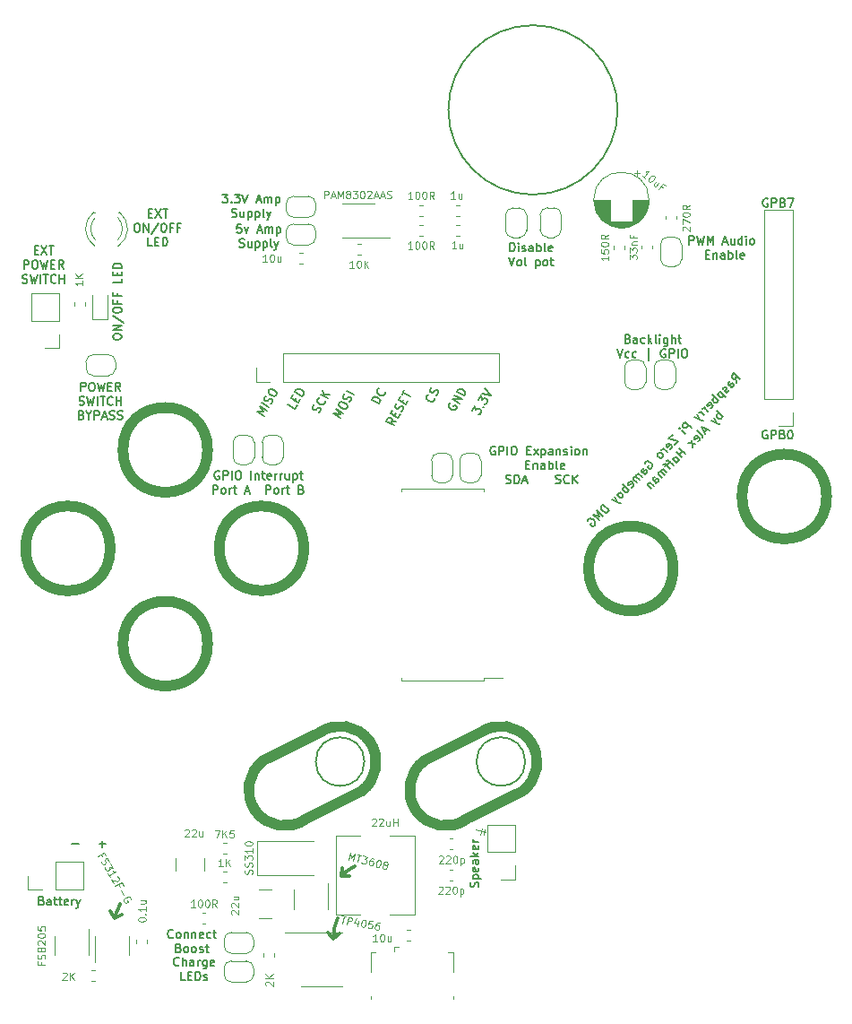
<source format=gbr>
G04 #@! TF.GenerationSoftware,KiCad,Pcbnew,5.1.5*
G04 #@! TF.CreationDate,2020-03-31T01:32:46+02:00*
G04 #@! TF.ProjectId,gameboy-dmg,67616d65-626f-4792-9d64-6d672e6b6963,rev?*
G04 #@! TF.SameCoordinates,Original*
G04 #@! TF.FileFunction,Legend,Top*
G04 #@! TF.FilePolarity,Positive*
%FSLAX46Y46*%
G04 Gerber Fmt 4.6, Leading zero omitted, Abs format (unit mm)*
G04 Created by KiCad (PCBNEW 5.1.5) date 2020-03-31 01:32:46*
%MOMM*%
%LPD*%
G04 APERTURE LIST*
%ADD10C,0.150000*%
%ADD11C,0.300000*%
%ADD12C,0.120000*%
%ADD13C,1.000000*%
%ADD14C,0.127000*%
G04 APERTURE END LIST*
D10*
X86227380Y-95336904D02*
X86227380Y-94536904D01*
X86532142Y-94536904D01*
X86608333Y-94575000D01*
X86646428Y-94613095D01*
X86684523Y-94689285D01*
X86684523Y-94803571D01*
X86646428Y-94879761D01*
X86608333Y-94917857D01*
X86532142Y-94955952D01*
X86227380Y-94955952D01*
X87179761Y-94536904D02*
X87332142Y-94536904D01*
X87408333Y-94575000D01*
X87484523Y-94651190D01*
X87522619Y-94803571D01*
X87522619Y-95070238D01*
X87484523Y-95222619D01*
X87408333Y-95298809D01*
X87332142Y-95336904D01*
X87179761Y-95336904D01*
X87103571Y-95298809D01*
X87027380Y-95222619D01*
X86989285Y-95070238D01*
X86989285Y-94803571D01*
X87027380Y-94651190D01*
X87103571Y-94575000D01*
X87179761Y-94536904D01*
X87789285Y-94536904D02*
X87979761Y-95336904D01*
X88132142Y-94765476D01*
X88284523Y-95336904D01*
X88475000Y-94536904D01*
X88779761Y-94917857D02*
X89046428Y-94917857D01*
X89160714Y-95336904D02*
X88779761Y-95336904D01*
X88779761Y-94536904D01*
X89160714Y-94536904D01*
X89960714Y-95336904D02*
X89694047Y-94955952D01*
X89503571Y-95336904D02*
X89503571Y-94536904D01*
X89808333Y-94536904D01*
X89884523Y-94575000D01*
X89922619Y-94613095D01*
X89960714Y-94689285D01*
X89960714Y-94803571D01*
X89922619Y-94879761D01*
X89884523Y-94917857D01*
X89808333Y-94955952D01*
X89503571Y-94955952D01*
X86075000Y-96648809D02*
X86189285Y-96686904D01*
X86379761Y-96686904D01*
X86455952Y-96648809D01*
X86494047Y-96610714D01*
X86532142Y-96534523D01*
X86532142Y-96458333D01*
X86494047Y-96382142D01*
X86455952Y-96344047D01*
X86379761Y-96305952D01*
X86227380Y-96267857D01*
X86151190Y-96229761D01*
X86113095Y-96191666D01*
X86075000Y-96115476D01*
X86075000Y-96039285D01*
X86113095Y-95963095D01*
X86151190Y-95925000D01*
X86227380Y-95886904D01*
X86417857Y-95886904D01*
X86532142Y-95925000D01*
X86798809Y-95886904D02*
X86989285Y-96686904D01*
X87141666Y-96115476D01*
X87294047Y-96686904D01*
X87484523Y-95886904D01*
X87789285Y-96686904D02*
X87789285Y-95886904D01*
X88055952Y-95886904D02*
X88513095Y-95886904D01*
X88284523Y-96686904D02*
X88284523Y-95886904D01*
X89236904Y-96610714D02*
X89198809Y-96648809D01*
X89084523Y-96686904D01*
X89008333Y-96686904D01*
X88894047Y-96648809D01*
X88817857Y-96572619D01*
X88779761Y-96496428D01*
X88741666Y-96344047D01*
X88741666Y-96229761D01*
X88779761Y-96077380D01*
X88817857Y-96001190D01*
X88894047Y-95925000D01*
X89008333Y-95886904D01*
X89084523Y-95886904D01*
X89198809Y-95925000D01*
X89236904Y-95963095D01*
X89579761Y-96686904D02*
X89579761Y-95886904D01*
X89579761Y-96267857D02*
X90036904Y-96267857D01*
X90036904Y-96686904D02*
X90036904Y-95886904D01*
X86284523Y-97617857D02*
X86398809Y-97655952D01*
X86436904Y-97694047D01*
X86475000Y-97770238D01*
X86475000Y-97884523D01*
X86436904Y-97960714D01*
X86398809Y-97998809D01*
X86322619Y-98036904D01*
X86017857Y-98036904D01*
X86017857Y-97236904D01*
X86284523Y-97236904D01*
X86360714Y-97275000D01*
X86398809Y-97313095D01*
X86436904Y-97389285D01*
X86436904Y-97465476D01*
X86398809Y-97541666D01*
X86360714Y-97579761D01*
X86284523Y-97617857D01*
X86017857Y-97617857D01*
X86970238Y-97655952D02*
X86970238Y-98036904D01*
X86703571Y-97236904D02*
X86970238Y-97655952D01*
X87236904Y-97236904D01*
X87503571Y-98036904D02*
X87503571Y-97236904D01*
X87808333Y-97236904D01*
X87884523Y-97275000D01*
X87922619Y-97313095D01*
X87960714Y-97389285D01*
X87960714Y-97503571D01*
X87922619Y-97579761D01*
X87884523Y-97617857D01*
X87808333Y-97655952D01*
X87503571Y-97655952D01*
X88265476Y-97808333D02*
X88646428Y-97808333D01*
X88189285Y-98036904D02*
X88455952Y-97236904D01*
X88722619Y-98036904D01*
X88951190Y-97998809D02*
X89065476Y-98036904D01*
X89255952Y-98036904D01*
X89332142Y-97998809D01*
X89370238Y-97960714D01*
X89408333Y-97884523D01*
X89408333Y-97808333D01*
X89370238Y-97732142D01*
X89332142Y-97694047D01*
X89255952Y-97655952D01*
X89103571Y-97617857D01*
X89027380Y-97579761D01*
X88989285Y-97541666D01*
X88951190Y-97465476D01*
X88951190Y-97389285D01*
X88989285Y-97313095D01*
X89027380Y-97275000D01*
X89103571Y-97236904D01*
X89294047Y-97236904D01*
X89408333Y-97275000D01*
X89713095Y-97998809D02*
X89827380Y-98036904D01*
X90017857Y-98036904D01*
X90094047Y-97998809D01*
X90132142Y-97960714D01*
X90170238Y-97884523D01*
X90170238Y-97808333D01*
X90132142Y-97732142D01*
X90094047Y-97694047D01*
X90017857Y-97655952D01*
X89865476Y-97617857D01*
X89789285Y-97579761D01*
X89751190Y-97541666D01*
X89713095Y-97465476D01*
X89713095Y-97389285D01*
X89751190Y-97313095D01*
X89789285Y-97275000D01*
X89865476Y-97236904D01*
X90055952Y-97236904D01*
X90170238Y-97275000D01*
X89261904Y-90284523D02*
X89261904Y-90132142D01*
X89300000Y-90055952D01*
X89376190Y-89979761D01*
X89528571Y-89941666D01*
X89795238Y-89941666D01*
X89947619Y-89979761D01*
X90023809Y-90055952D01*
X90061904Y-90132142D01*
X90061904Y-90284523D01*
X90023809Y-90360714D01*
X89947619Y-90436904D01*
X89795238Y-90475000D01*
X89528571Y-90475000D01*
X89376190Y-90436904D01*
X89300000Y-90360714D01*
X89261904Y-90284523D01*
X90061904Y-89598809D02*
X89261904Y-89598809D01*
X90061904Y-89141666D01*
X89261904Y-89141666D01*
X89223809Y-88189285D02*
X90252380Y-88875000D01*
X89261904Y-87770238D02*
X89261904Y-87617857D01*
X89300000Y-87541666D01*
X89376190Y-87465476D01*
X89528571Y-87427380D01*
X89795238Y-87427380D01*
X89947619Y-87465476D01*
X90023809Y-87541666D01*
X90061904Y-87617857D01*
X90061904Y-87770238D01*
X90023809Y-87846428D01*
X89947619Y-87922619D01*
X89795238Y-87960714D01*
X89528571Y-87960714D01*
X89376190Y-87922619D01*
X89300000Y-87846428D01*
X89261904Y-87770238D01*
X89642857Y-86817857D02*
X89642857Y-87084523D01*
X90061904Y-87084523D02*
X89261904Y-87084523D01*
X89261904Y-86703571D01*
X89642857Y-86132142D02*
X89642857Y-86398809D01*
X90061904Y-86398809D02*
X89261904Y-86398809D01*
X89261904Y-86017857D01*
X90061904Y-84722619D02*
X90061904Y-85103571D01*
X89261904Y-85103571D01*
X89642857Y-84455952D02*
X89642857Y-84189285D01*
X90061904Y-84075000D02*
X90061904Y-84455952D01*
X89261904Y-84455952D01*
X89261904Y-84075000D01*
X90061904Y-83732142D02*
X89261904Y-83732142D01*
X89261904Y-83541666D01*
X89300000Y-83427380D01*
X89376190Y-83351190D01*
X89452380Y-83313095D01*
X89604761Y-83275000D01*
X89719047Y-83275000D01*
X89871428Y-83313095D01*
X89947619Y-83351190D01*
X90023809Y-83427380D01*
X90061904Y-83541666D01*
X90061904Y-83732142D01*
X99601190Y-76761904D02*
X100096428Y-76761904D01*
X99829761Y-77066666D01*
X99944047Y-77066666D01*
X100020238Y-77104761D01*
X100058333Y-77142857D01*
X100096428Y-77219047D01*
X100096428Y-77409523D01*
X100058333Y-77485714D01*
X100020238Y-77523809D01*
X99944047Y-77561904D01*
X99715476Y-77561904D01*
X99639285Y-77523809D01*
X99601190Y-77485714D01*
X100439285Y-77485714D02*
X100477380Y-77523809D01*
X100439285Y-77561904D01*
X100401190Y-77523809D01*
X100439285Y-77485714D01*
X100439285Y-77561904D01*
X100744047Y-76761904D02*
X101239285Y-76761904D01*
X100972619Y-77066666D01*
X101086904Y-77066666D01*
X101163095Y-77104761D01*
X101201190Y-77142857D01*
X101239285Y-77219047D01*
X101239285Y-77409523D01*
X101201190Y-77485714D01*
X101163095Y-77523809D01*
X101086904Y-77561904D01*
X100858333Y-77561904D01*
X100782142Y-77523809D01*
X100744047Y-77485714D01*
X101467857Y-76761904D02*
X101734523Y-77561904D01*
X102001190Y-76761904D01*
X102839285Y-77333333D02*
X103220238Y-77333333D01*
X102763095Y-77561904D02*
X103029761Y-76761904D01*
X103296428Y-77561904D01*
X103563095Y-77561904D02*
X103563095Y-77028571D01*
X103563095Y-77104761D02*
X103601190Y-77066666D01*
X103677380Y-77028571D01*
X103791666Y-77028571D01*
X103867857Y-77066666D01*
X103905952Y-77142857D01*
X103905952Y-77561904D01*
X103905952Y-77142857D02*
X103944047Y-77066666D01*
X104020238Y-77028571D01*
X104134523Y-77028571D01*
X104210714Y-77066666D01*
X104248809Y-77142857D01*
X104248809Y-77561904D01*
X104629761Y-77028571D02*
X104629761Y-77828571D01*
X104629761Y-77066666D02*
X104705952Y-77028571D01*
X104858333Y-77028571D01*
X104934523Y-77066666D01*
X104972619Y-77104761D01*
X105010714Y-77180952D01*
X105010714Y-77409523D01*
X104972619Y-77485714D01*
X104934523Y-77523809D01*
X104858333Y-77561904D01*
X104705952Y-77561904D01*
X104629761Y-77523809D01*
X100496428Y-78873809D02*
X100610714Y-78911904D01*
X100801190Y-78911904D01*
X100877380Y-78873809D01*
X100915476Y-78835714D01*
X100953571Y-78759523D01*
X100953571Y-78683333D01*
X100915476Y-78607142D01*
X100877380Y-78569047D01*
X100801190Y-78530952D01*
X100648809Y-78492857D01*
X100572619Y-78454761D01*
X100534523Y-78416666D01*
X100496428Y-78340476D01*
X100496428Y-78264285D01*
X100534523Y-78188095D01*
X100572619Y-78150000D01*
X100648809Y-78111904D01*
X100839285Y-78111904D01*
X100953571Y-78150000D01*
X101639285Y-78378571D02*
X101639285Y-78911904D01*
X101296428Y-78378571D02*
X101296428Y-78797619D01*
X101334523Y-78873809D01*
X101410714Y-78911904D01*
X101525000Y-78911904D01*
X101601190Y-78873809D01*
X101639285Y-78835714D01*
X102020238Y-78378571D02*
X102020238Y-79178571D01*
X102020238Y-78416666D02*
X102096428Y-78378571D01*
X102248809Y-78378571D01*
X102325000Y-78416666D01*
X102363095Y-78454761D01*
X102401190Y-78530952D01*
X102401190Y-78759523D01*
X102363095Y-78835714D01*
X102325000Y-78873809D01*
X102248809Y-78911904D01*
X102096428Y-78911904D01*
X102020238Y-78873809D01*
X102744047Y-78378571D02*
X102744047Y-79178571D01*
X102744047Y-78416666D02*
X102820238Y-78378571D01*
X102972619Y-78378571D01*
X103048809Y-78416666D01*
X103086904Y-78454761D01*
X103125000Y-78530952D01*
X103125000Y-78759523D01*
X103086904Y-78835714D01*
X103048809Y-78873809D01*
X102972619Y-78911904D01*
X102820238Y-78911904D01*
X102744047Y-78873809D01*
X103582142Y-78911904D02*
X103505952Y-78873809D01*
X103467857Y-78797619D01*
X103467857Y-78111904D01*
X103810714Y-78378571D02*
X104001190Y-78911904D01*
X104191666Y-78378571D02*
X104001190Y-78911904D01*
X103925000Y-79102380D01*
X103886904Y-79140476D01*
X103810714Y-79178571D01*
X137926190Y-90417857D02*
X138040476Y-90455952D01*
X138078571Y-90494047D01*
X138116666Y-90570238D01*
X138116666Y-90684523D01*
X138078571Y-90760714D01*
X138040476Y-90798809D01*
X137964285Y-90836904D01*
X137659523Y-90836904D01*
X137659523Y-90036904D01*
X137926190Y-90036904D01*
X138002380Y-90075000D01*
X138040476Y-90113095D01*
X138078571Y-90189285D01*
X138078571Y-90265476D01*
X138040476Y-90341666D01*
X138002380Y-90379761D01*
X137926190Y-90417857D01*
X137659523Y-90417857D01*
X138802380Y-90836904D02*
X138802380Y-90417857D01*
X138764285Y-90341666D01*
X138688095Y-90303571D01*
X138535714Y-90303571D01*
X138459523Y-90341666D01*
X138802380Y-90798809D02*
X138726190Y-90836904D01*
X138535714Y-90836904D01*
X138459523Y-90798809D01*
X138421428Y-90722619D01*
X138421428Y-90646428D01*
X138459523Y-90570238D01*
X138535714Y-90532142D01*
X138726190Y-90532142D01*
X138802380Y-90494047D01*
X139526190Y-90798809D02*
X139450000Y-90836904D01*
X139297619Y-90836904D01*
X139221428Y-90798809D01*
X139183333Y-90760714D01*
X139145238Y-90684523D01*
X139145238Y-90455952D01*
X139183333Y-90379761D01*
X139221428Y-90341666D01*
X139297619Y-90303571D01*
X139450000Y-90303571D01*
X139526190Y-90341666D01*
X139869047Y-90836904D02*
X139869047Y-90036904D01*
X139945238Y-90532142D02*
X140173809Y-90836904D01*
X140173809Y-90303571D02*
X139869047Y-90608333D01*
X140630952Y-90836904D02*
X140554761Y-90798809D01*
X140516666Y-90722619D01*
X140516666Y-90036904D01*
X140935714Y-90836904D02*
X140935714Y-90303571D01*
X140935714Y-90036904D02*
X140897619Y-90075000D01*
X140935714Y-90113095D01*
X140973809Y-90075000D01*
X140935714Y-90036904D01*
X140935714Y-90113095D01*
X141659523Y-90303571D02*
X141659523Y-90951190D01*
X141621428Y-91027380D01*
X141583333Y-91065476D01*
X141507142Y-91103571D01*
X141392857Y-91103571D01*
X141316666Y-91065476D01*
X141659523Y-90798809D02*
X141583333Y-90836904D01*
X141430952Y-90836904D01*
X141354761Y-90798809D01*
X141316666Y-90760714D01*
X141278571Y-90684523D01*
X141278571Y-90455952D01*
X141316666Y-90379761D01*
X141354761Y-90341666D01*
X141430952Y-90303571D01*
X141583333Y-90303571D01*
X141659523Y-90341666D01*
X142040476Y-90836904D02*
X142040476Y-90036904D01*
X142383333Y-90836904D02*
X142383333Y-90417857D01*
X142345238Y-90341666D01*
X142269047Y-90303571D01*
X142154761Y-90303571D01*
X142078571Y-90341666D01*
X142040476Y-90379761D01*
X142650000Y-90303571D02*
X142954761Y-90303571D01*
X142764285Y-90036904D02*
X142764285Y-90722619D01*
X142802380Y-90798809D01*
X142878571Y-90836904D01*
X142954761Y-90836904D01*
X136897619Y-91386904D02*
X137164285Y-92186904D01*
X137430952Y-91386904D01*
X138040476Y-92148809D02*
X137964285Y-92186904D01*
X137811904Y-92186904D01*
X137735714Y-92148809D01*
X137697619Y-92110714D01*
X137659523Y-92034523D01*
X137659523Y-91805952D01*
X137697619Y-91729761D01*
X137735714Y-91691666D01*
X137811904Y-91653571D01*
X137964285Y-91653571D01*
X138040476Y-91691666D01*
X138726190Y-92148809D02*
X138650000Y-92186904D01*
X138497619Y-92186904D01*
X138421428Y-92148809D01*
X138383333Y-92110714D01*
X138345238Y-92034523D01*
X138345238Y-91805952D01*
X138383333Y-91729761D01*
X138421428Y-91691666D01*
X138497619Y-91653571D01*
X138650000Y-91653571D01*
X138726190Y-91691666D01*
X139869047Y-92453571D02*
X139869047Y-91310714D01*
X141469047Y-91425000D02*
X141392857Y-91386904D01*
X141278571Y-91386904D01*
X141164285Y-91425000D01*
X141088095Y-91501190D01*
X141050000Y-91577380D01*
X141011904Y-91729761D01*
X141011904Y-91844047D01*
X141050000Y-91996428D01*
X141088095Y-92072619D01*
X141164285Y-92148809D01*
X141278571Y-92186904D01*
X141354761Y-92186904D01*
X141469047Y-92148809D01*
X141507142Y-92110714D01*
X141507142Y-91844047D01*
X141354761Y-91844047D01*
X141850000Y-92186904D02*
X141850000Y-91386904D01*
X142154761Y-91386904D01*
X142230952Y-91425000D01*
X142269047Y-91463095D01*
X142307142Y-91539285D01*
X142307142Y-91653571D01*
X142269047Y-91729761D01*
X142230952Y-91767857D01*
X142154761Y-91805952D01*
X141850000Y-91805952D01*
X142650000Y-92186904D02*
X142650000Y-91386904D01*
X143183333Y-91386904D02*
X143335714Y-91386904D01*
X143411904Y-91425000D01*
X143488095Y-91501190D01*
X143526190Y-91653571D01*
X143526190Y-91920238D01*
X143488095Y-92072619D01*
X143411904Y-92148809D01*
X143335714Y-92186904D01*
X143183333Y-92186904D01*
X143107142Y-92148809D01*
X143030952Y-92072619D01*
X142992857Y-91920238D01*
X142992857Y-91653571D01*
X143030952Y-91501190D01*
X143107142Y-91425000D01*
X143183333Y-91386904D01*
X92617857Y-78542857D02*
X92884523Y-78542857D01*
X92998809Y-78961904D02*
X92617857Y-78961904D01*
X92617857Y-78161904D01*
X92998809Y-78161904D01*
X93265476Y-78161904D02*
X93798809Y-78961904D01*
X93798809Y-78161904D02*
X93265476Y-78961904D01*
X93989285Y-78161904D02*
X94446428Y-78161904D01*
X94217857Y-78961904D02*
X94217857Y-78161904D01*
X91455952Y-79511904D02*
X91608333Y-79511904D01*
X91684523Y-79550000D01*
X91760714Y-79626190D01*
X91798809Y-79778571D01*
X91798809Y-80045238D01*
X91760714Y-80197619D01*
X91684523Y-80273809D01*
X91608333Y-80311904D01*
X91455952Y-80311904D01*
X91379761Y-80273809D01*
X91303571Y-80197619D01*
X91265476Y-80045238D01*
X91265476Y-79778571D01*
X91303571Y-79626190D01*
X91379761Y-79550000D01*
X91455952Y-79511904D01*
X92141666Y-80311904D02*
X92141666Y-79511904D01*
X92598809Y-80311904D01*
X92598809Y-79511904D01*
X93551190Y-79473809D02*
X92865476Y-80502380D01*
X93970238Y-79511904D02*
X94122619Y-79511904D01*
X94198809Y-79550000D01*
X94275000Y-79626190D01*
X94313095Y-79778571D01*
X94313095Y-80045238D01*
X94275000Y-80197619D01*
X94198809Y-80273809D01*
X94122619Y-80311904D01*
X93970238Y-80311904D01*
X93894047Y-80273809D01*
X93817857Y-80197619D01*
X93779761Y-80045238D01*
X93779761Y-79778571D01*
X93817857Y-79626190D01*
X93894047Y-79550000D01*
X93970238Y-79511904D01*
X94922619Y-79892857D02*
X94655952Y-79892857D01*
X94655952Y-80311904D02*
X94655952Y-79511904D01*
X95036904Y-79511904D01*
X95608333Y-79892857D02*
X95341666Y-79892857D01*
X95341666Y-80311904D02*
X95341666Y-79511904D01*
X95722619Y-79511904D01*
X92960714Y-81661904D02*
X92579761Y-81661904D01*
X92579761Y-80861904D01*
X93227380Y-81242857D02*
X93494047Y-81242857D01*
X93608333Y-81661904D02*
X93227380Y-81661904D01*
X93227380Y-80861904D01*
X93608333Y-80861904D01*
X93951190Y-81661904D02*
X93951190Y-80861904D01*
X94141666Y-80861904D01*
X94255952Y-80900000D01*
X94332142Y-80976190D01*
X94370238Y-81052380D01*
X94408333Y-81204761D01*
X94408333Y-81319047D01*
X94370238Y-81471428D01*
X94332142Y-81547619D01*
X94255952Y-81623809D01*
X94141666Y-81661904D01*
X93951190Y-81661904D01*
X126775000Y-82161904D02*
X126775000Y-81361904D01*
X126965476Y-81361904D01*
X127079761Y-81400000D01*
X127155952Y-81476190D01*
X127194047Y-81552380D01*
X127232142Y-81704761D01*
X127232142Y-81819047D01*
X127194047Y-81971428D01*
X127155952Y-82047619D01*
X127079761Y-82123809D01*
X126965476Y-82161904D01*
X126775000Y-82161904D01*
X127575000Y-82161904D02*
X127575000Y-81628571D01*
X127575000Y-81361904D02*
X127536904Y-81400000D01*
X127575000Y-81438095D01*
X127613095Y-81400000D01*
X127575000Y-81361904D01*
X127575000Y-81438095D01*
X127917857Y-82123809D02*
X127994047Y-82161904D01*
X128146428Y-82161904D01*
X128222619Y-82123809D01*
X128260714Y-82047619D01*
X128260714Y-82009523D01*
X128222619Y-81933333D01*
X128146428Y-81895238D01*
X128032142Y-81895238D01*
X127955952Y-81857142D01*
X127917857Y-81780952D01*
X127917857Y-81742857D01*
X127955952Y-81666666D01*
X128032142Y-81628571D01*
X128146428Y-81628571D01*
X128222619Y-81666666D01*
X128946428Y-82161904D02*
X128946428Y-81742857D01*
X128908333Y-81666666D01*
X128832142Y-81628571D01*
X128679761Y-81628571D01*
X128603571Y-81666666D01*
X128946428Y-82123809D02*
X128870238Y-82161904D01*
X128679761Y-82161904D01*
X128603571Y-82123809D01*
X128565476Y-82047619D01*
X128565476Y-81971428D01*
X128603571Y-81895238D01*
X128679761Y-81857142D01*
X128870238Y-81857142D01*
X128946428Y-81819047D01*
X129327380Y-82161904D02*
X129327380Y-81361904D01*
X129327380Y-81666666D02*
X129403571Y-81628571D01*
X129555952Y-81628571D01*
X129632142Y-81666666D01*
X129670238Y-81704761D01*
X129708333Y-81780952D01*
X129708333Y-82009523D01*
X129670238Y-82085714D01*
X129632142Y-82123809D01*
X129555952Y-82161904D01*
X129403571Y-82161904D01*
X129327380Y-82123809D01*
X130165476Y-82161904D02*
X130089285Y-82123809D01*
X130051190Y-82047619D01*
X130051190Y-81361904D01*
X130775000Y-82123809D02*
X130698809Y-82161904D01*
X130546428Y-82161904D01*
X130470238Y-82123809D01*
X130432142Y-82047619D01*
X130432142Y-81742857D01*
X130470238Y-81666666D01*
X130546428Y-81628571D01*
X130698809Y-81628571D01*
X130775000Y-81666666D01*
X130813095Y-81742857D01*
X130813095Y-81819047D01*
X130432142Y-81895238D01*
X126679761Y-82711904D02*
X126946428Y-83511904D01*
X127213095Y-82711904D01*
X127594047Y-83511904D02*
X127517857Y-83473809D01*
X127479761Y-83435714D01*
X127441666Y-83359523D01*
X127441666Y-83130952D01*
X127479761Y-83054761D01*
X127517857Y-83016666D01*
X127594047Y-82978571D01*
X127708333Y-82978571D01*
X127784523Y-83016666D01*
X127822619Y-83054761D01*
X127860714Y-83130952D01*
X127860714Y-83359523D01*
X127822619Y-83435714D01*
X127784523Y-83473809D01*
X127708333Y-83511904D01*
X127594047Y-83511904D01*
X128317857Y-83511904D02*
X128241666Y-83473809D01*
X128203571Y-83397619D01*
X128203571Y-82711904D01*
X129232142Y-82978571D02*
X129232142Y-83778571D01*
X129232142Y-83016666D02*
X129308333Y-82978571D01*
X129460714Y-82978571D01*
X129536904Y-83016666D01*
X129575000Y-83054761D01*
X129613095Y-83130952D01*
X129613095Y-83359523D01*
X129575000Y-83435714D01*
X129536904Y-83473809D01*
X129460714Y-83511904D01*
X129308333Y-83511904D01*
X129232142Y-83473809D01*
X130070238Y-83511904D02*
X129994047Y-83473809D01*
X129955952Y-83435714D01*
X129917857Y-83359523D01*
X129917857Y-83130952D01*
X129955952Y-83054761D01*
X129994047Y-83016666D01*
X130070238Y-82978571D01*
X130184523Y-82978571D01*
X130260714Y-83016666D01*
X130298809Y-83054761D01*
X130336904Y-83130952D01*
X130336904Y-83359523D01*
X130298809Y-83435714D01*
X130260714Y-83473809D01*
X130184523Y-83511904D01*
X130070238Y-83511904D01*
X130565476Y-82978571D02*
X130870238Y-82978571D01*
X130679761Y-82711904D02*
X130679761Y-83397619D01*
X130717857Y-83473809D01*
X130794047Y-83511904D01*
X130870238Y-83511904D01*
X101367857Y-79611904D02*
X100986904Y-79611904D01*
X100948809Y-79992857D01*
X100986904Y-79954761D01*
X101063095Y-79916666D01*
X101253571Y-79916666D01*
X101329761Y-79954761D01*
X101367857Y-79992857D01*
X101405952Y-80069047D01*
X101405952Y-80259523D01*
X101367857Y-80335714D01*
X101329761Y-80373809D01*
X101253571Y-80411904D01*
X101063095Y-80411904D01*
X100986904Y-80373809D01*
X100948809Y-80335714D01*
X101672619Y-79878571D02*
X101863095Y-80411904D01*
X102053571Y-79878571D01*
X102929761Y-80183333D02*
X103310714Y-80183333D01*
X102853571Y-80411904D02*
X103120238Y-79611904D01*
X103386904Y-80411904D01*
X103653571Y-80411904D02*
X103653571Y-79878571D01*
X103653571Y-79954761D02*
X103691666Y-79916666D01*
X103767857Y-79878571D01*
X103882142Y-79878571D01*
X103958333Y-79916666D01*
X103996428Y-79992857D01*
X103996428Y-80411904D01*
X103996428Y-79992857D02*
X104034523Y-79916666D01*
X104110714Y-79878571D01*
X104225000Y-79878571D01*
X104301190Y-79916666D01*
X104339285Y-79992857D01*
X104339285Y-80411904D01*
X104720238Y-79878571D02*
X104720238Y-80678571D01*
X104720238Y-79916666D02*
X104796428Y-79878571D01*
X104948809Y-79878571D01*
X105025000Y-79916666D01*
X105063095Y-79954761D01*
X105101190Y-80030952D01*
X105101190Y-80259523D01*
X105063095Y-80335714D01*
X105025000Y-80373809D01*
X104948809Y-80411904D01*
X104796428Y-80411904D01*
X104720238Y-80373809D01*
X101196428Y-81723809D02*
X101310714Y-81761904D01*
X101501190Y-81761904D01*
X101577380Y-81723809D01*
X101615476Y-81685714D01*
X101653571Y-81609523D01*
X101653571Y-81533333D01*
X101615476Y-81457142D01*
X101577380Y-81419047D01*
X101501190Y-81380952D01*
X101348809Y-81342857D01*
X101272619Y-81304761D01*
X101234523Y-81266666D01*
X101196428Y-81190476D01*
X101196428Y-81114285D01*
X101234523Y-81038095D01*
X101272619Y-81000000D01*
X101348809Y-80961904D01*
X101539285Y-80961904D01*
X101653571Y-81000000D01*
X102339285Y-81228571D02*
X102339285Y-81761904D01*
X101996428Y-81228571D02*
X101996428Y-81647619D01*
X102034523Y-81723809D01*
X102110714Y-81761904D01*
X102225000Y-81761904D01*
X102301190Y-81723809D01*
X102339285Y-81685714D01*
X102720238Y-81228571D02*
X102720238Y-82028571D01*
X102720238Y-81266666D02*
X102796428Y-81228571D01*
X102948809Y-81228571D01*
X103025000Y-81266666D01*
X103063095Y-81304761D01*
X103101190Y-81380952D01*
X103101190Y-81609523D01*
X103063095Y-81685714D01*
X103025000Y-81723809D01*
X102948809Y-81761904D01*
X102796428Y-81761904D01*
X102720238Y-81723809D01*
X103444047Y-81228571D02*
X103444047Y-82028571D01*
X103444047Y-81266666D02*
X103520238Y-81228571D01*
X103672619Y-81228571D01*
X103748809Y-81266666D01*
X103786904Y-81304761D01*
X103825000Y-81380952D01*
X103825000Y-81609523D01*
X103786904Y-81685714D01*
X103748809Y-81723809D01*
X103672619Y-81761904D01*
X103520238Y-81761904D01*
X103444047Y-81723809D01*
X104282142Y-81761904D02*
X104205952Y-81723809D01*
X104167857Y-81647619D01*
X104167857Y-80961904D01*
X104510714Y-81228571D02*
X104701190Y-81761904D01*
X104891666Y-81228571D02*
X104701190Y-81761904D01*
X104625000Y-81952380D01*
X104586904Y-81990476D01*
X104510714Y-82028571D01*
X151128571Y-77200000D02*
X151052380Y-77161904D01*
X150938095Y-77161904D01*
X150823809Y-77200000D01*
X150747619Y-77276190D01*
X150709523Y-77352380D01*
X150671428Y-77504761D01*
X150671428Y-77619047D01*
X150709523Y-77771428D01*
X150747619Y-77847619D01*
X150823809Y-77923809D01*
X150938095Y-77961904D01*
X151014285Y-77961904D01*
X151128571Y-77923809D01*
X151166666Y-77885714D01*
X151166666Y-77619047D01*
X151014285Y-77619047D01*
X151509523Y-77961904D02*
X151509523Y-77161904D01*
X151814285Y-77161904D01*
X151890476Y-77200000D01*
X151928571Y-77238095D01*
X151966666Y-77314285D01*
X151966666Y-77428571D01*
X151928571Y-77504761D01*
X151890476Y-77542857D01*
X151814285Y-77580952D01*
X151509523Y-77580952D01*
X152576190Y-77542857D02*
X152690476Y-77580952D01*
X152728571Y-77619047D01*
X152766666Y-77695238D01*
X152766666Y-77809523D01*
X152728571Y-77885714D01*
X152690476Y-77923809D01*
X152614285Y-77961904D01*
X152309523Y-77961904D01*
X152309523Y-77161904D01*
X152576190Y-77161904D01*
X152652380Y-77200000D01*
X152690476Y-77238095D01*
X152728571Y-77314285D01*
X152728571Y-77390476D01*
X152690476Y-77466666D01*
X152652380Y-77504761D01*
X152576190Y-77542857D01*
X152309523Y-77542857D01*
X153033333Y-77161904D02*
X153566666Y-77161904D01*
X153223809Y-77961904D01*
X151078571Y-99100000D02*
X151002380Y-99061904D01*
X150888095Y-99061904D01*
X150773809Y-99100000D01*
X150697619Y-99176190D01*
X150659523Y-99252380D01*
X150621428Y-99404761D01*
X150621428Y-99519047D01*
X150659523Y-99671428D01*
X150697619Y-99747619D01*
X150773809Y-99823809D01*
X150888095Y-99861904D01*
X150964285Y-99861904D01*
X151078571Y-99823809D01*
X151116666Y-99785714D01*
X151116666Y-99519047D01*
X150964285Y-99519047D01*
X151459523Y-99861904D02*
X151459523Y-99061904D01*
X151764285Y-99061904D01*
X151840476Y-99100000D01*
X151878571Y-99138095D01*
X151916666Y-99214285D01*
X151916666Y-99328571D01*
X151878571Y-99404761D01*
X151840476Y-99442857D01*
X151764285Y-99480952D01*
X151459523Y-99480952D01*
X152526190Y-99442857D02*
X152640476Y-99480952D01*
X152678571Y-99519047D01*
X152716666Y-99595238D01*
X152716666Y-99709523D01*
X152678571Y-99785714D01*
X152640476Y-99823809D01*
X152564285Y-99861904D01*
X152259523Y-99861904D01*
X152259523Y-99061904D01*
X152526190Y-99061904D01*
X152602380Y-99100000D01*
X152640476Y-99138095D01*
X152678571Y-99214285D01*
X152678571Y-99290476D01*
X152640476Y-99366666D01*
X152602380Y-99404761D01*
X152526190Y-99442857D01*
X152259523Y-99442857D01*
X153211904Y-99061904D02*
X153288095Y-99061904D01*
X153364285Y-99100000D01*
X153402380Y-99138095D01*
X153440476Y-99214285D01*
X153478571Y-99366666D01*
X153478571Y-99557142D01*
X153440476Y-99709523D01*
X153402380Y-99785714D01*
X153364285Y-99823809D01*
X153288095Y-99861904D01*
X153211904Y-99861904D01*
X153135714Y-99823809D01*
X153097619Y-99785714D01*
X153059523Y-99709523D01*
X153021428Y-99557142D01*
X153021428Y-99366666D01*
X153059523Y-99214285D01*
X153097619Y-99138095D01*
X153135714Y-99100000D01*
X153211904Y-99061904D01*
X85395238Y-138107142D02*
X86004761Y-138107142D01*
X87945238Y-138107142D02*
X88554761Y-138107142D01*
X88250000Y-138411904D02*
X88250000Y-137802380D01*
X82517857Y-143467857D02*
X82632142Y-143505952D01*
X82670238Y-143544047D01*
X82708333Y-143620238D01*
X82708333Y-143734523D01*
X82670238Y-143810714D01*
X82632142Y-143848809D01*
X82555952Y-143886904D01*
X82251190Y-143886904D01*
X82251190Y-143086904D01*
X82517857Y-143086904D01*
X82594047Y-143125000D01*
X82632142Y-143163095D01*
X82670238Y-143239285D01*
X82670238Y-143315476D01*
X82632142Y-143391666D01*
X82594047Y-143429761D01*
X82517857Y-143467857D01*
X82251190Y-143467857D01*
X83394047Y-143886904D02*
X83394047Y-143467857D01*
X83355952Y-143391666D01*
X83279761Y-143353571D01*
X83127380Y-143353571D01*
X83051190Y-143391666D01*
X83394047Y-143848809D02*
X83317857Y-143886904D01*
X83127380Y-143886904D01*
X83051190Y-143848809D01*
X83013095Y-143772619D01*
X83013095Y-143696428D01*
X83051190Y-143620238D01*
X83127380Y-143582142D01*
X83317857Y-143582142D01*
X83394047Y-143544047D01*
X83660714Y-143353571D02*
X83965476Y-143353571D01*
X83775000Y-143086904D02*
X83775000Y-143772619D01*
X83813095Y-143848809D01*
X83889285Y-143886904D01*
X83965476Y-143886904D01*
X84117857Y-143353571D02*
X84422619Y-143353571D01*
X84232142Y-143086904D02*
X84232142Y-143772619D01*
X84270238Y-143848809D01*
X84346428Y-143886904D01*
X84422619Y-143886904D01*
X84994047Y-143848809D02*
X84917857Y-143886904D01*
X84765476Y-143886904D01*
X84689285Y-143848809D01*
X84651190Y-143772619D01*
X84651190Y-143467857D01*
X84689285Y-143391666D01*
X84765476Y-143353571D01*
X84917857Y-143353571D01*
X84994047Y-143391666D01*
X85032142Y-143467857D01*
X85032142Y-143544047D01*
X84651190Y-143620238D01*
X85375000Y-143886904D02*
X85375000Y-143353571D01*
X85375000Y-143505952D02*
X85413095Y-143429761D01*
X85451190Y-143391666D01*
X85527380Y-143353571D01*
X85603571Y-143353571D01*
X85794047Y-143353571D02*
X85984523Y-143886904D01*
X86175000Y-143353571D02*
X85984523Y-143886904D01*
X85908333Y-144077380D01*
X85870238Y-144115476D01*
X85794047Y-144153571D01*
D11*
X89386740Y-145130444D02*
X90066969Y-144798226D01*
X89955779Y-143762420D02*
G75*
G03X89395456Y-145030826I3562685J-2331795D01*
G01*
X89386740Y-145130444D02*
X89034786Y-144441717D01*
D10*
X94947619Y-146910714D02*
X94909523Y-146948809D01*
X94795238Y-146986904D01*
X94719047Y-146986904D01*
X94604761Y-146948809D01*
X94528571Y-146872619D01*
X94490476Y-146796428D01*
X94452380Y-146644047D01*
X94452380Y-146529761D01*
X94490476Y-146377380D01*
X94528571Y-146301190D01*
X94604761Y-146225000D01*
X94719047Y-146186904D01*
X94795238Y-146186904D01*
X94909523Y-146225000D01*
X94947619Y-146263095D01*
X95404761Y-146986904D02*
X95328571Y-146948809D01*
X95290476Y-146910714D01*
X95252380Y-146834523D01*
X95252380Y-146605952D01*
X95290476Y-146529761D01*
X95328571Y-146491666D01*
X95404761Y-146453571D01*
X95519047Y-146453571D01*
X95595238Y-146491666D01*
X95633333Y-146529761D01*
X95671428Y-146605952D01*
X95671428Y-146834523D01*
X95633333Y-146910714D01*
X95595238Y-146948809D01*
X95519047Y-146986904D01*
X95404761Y-146986904D01*
X96014285Y-146453571D02*
X96014285Y-146986904D01*
X96014285Y-146529761D02*
X96052380Y-146491666D01*
X96128571Y-146453571D01*
X96242857Y-146453571D01*
X96319047Y-146491666D01*
X96357142Y-146567857D01*
X96357142Y-146986904D01*
X96738095Y-146453571D02*
X96738095Y-146986904D01*
X96738095Y-146529761D02*
X96776190Y-146491666D01*
X96852380Y-146453571D01*
X96966666Y-146453571D01*
X97042857Y-146491666D01*
X97080952Y-146567857D01*
X97080952Y-146986904D01*
X97766666Y-146948809D02*
X97690476Y-146986904D01*
X97538095Y-146986904D01*
X97461904Y-146948809D01*
X97423809Y-146872619D01*
X97423809Y-146567857D01*
X97461904Y-146491666D01*
X97538095Y-146453571D01*
X97690476Y-146453571D01*
X97766666Y-146491666D01*
X97804761Y-146567857D01*
X97804761Y-146644047D01*
X97423809Y-146720238D01*
X98490476Y-146948809D02*
X98414285Y-146986904D01*
X98261904Y-146986904D01*
X98185714Y-146948809D01*
X98147619Y-146910714D01*
X98109523Y-146834523D01*
X98109523Y-146605952D01*
X98147619Y-146529761D01*
X98185714Y-146491666D01*
X98261904Y-146453571D01*
X98414285Y-146453571D01*
X98490476Y-146491666D01*
X98719047Y-146453571D02*
X99023809Y-146453571D01*
X98833333Y-146186904D02*
X98833333Y-146872619D01*
X98871428Y-146948809D01*
X98947619Y-146986904D01*
X99023809Y-146986904D01*
X95480952Y-147917857D02*
X95595238Y-147955952D01*
X95633333Y-147994047D01*
X95671428Y-148070238D01*
X95671428Y-148184523D01*
X95633333Y-148260714D01*
X95595238Y-148298809D01*
X95519047Y-148336904D01*
X95214285Y-148336904D01*
X95214285Y-147536904D01*
X95480952Y-147536904D01*
X95557142Y-147575000D01*
X95595238Y-147613095D01*
X95633333Y-147689285D01*
X95633333Y-147765476D01*
X95595238Y-147841666D01*
X95557142Y-147879761D01*
X95480952Y-147917857D01*
X95214285Y-147917857D01*
X96128571Y-148336904D02*
X96052380Y-148298809D01*
X96014285Y-148260714D01*
X95976190Y-148184523D01*
X95976190Y-147955952D01*
X96014285Y-147879761D01*
X96052380Y-147841666D01*
X96128571Y-147803571D01*
X96242857Y-147803571D01*
X96319047Y-147841666D01*
X96357142Y-147879761D01*
X96395238Y-147955952D01*
X96395238Y-148184523D01*
X96357142Y-148260714D01*
X96319047Y-148298809D01*
X96242857Y-148336904D01*
X96128571Y-148336904D01*
X96852380Y-148336904D02*
X96776190Y-148298809D01*
X96738095Y-148260714D01*
X96700000Y-148184523D01*
X96700000Y-147955952D01*
X96738095Y-147879761D01*
X96776190Y-147841666D01*
X96852380Y-147803571D01*
X96966666Y-147803571D01*
X97042857Y-147841666D01*
X97080952Y-147879761D01*
X97119047Y-147955952D01*
X97119047Y-148184523D01*
X97080952Y-148260714D01*
X97042857Y-148298809D01*
X96966666Y-148336904D01*
X96852380Y-148336904D01*
X97423809Y-148298809D02*
X97500000Y-148336904D01*
X97652380Y-148336904D01*
X97728571Y-148298809D01*
X97766666Y-148222619D01*
X97766666Y-148184523D01*
X97728571Y-148108333D01*
X97652380Y-148070238D01*
X97538095Y-148070238D01*
X97461904Y-148032142D01*
X97423809Y-147955952D01*
X97423809Y-147917857D01*
X97461904Y-147841666D01*
X97538095Y-147803571D01*
X97652380Y-147803571D01*
X97728571Y-147841666D01*
X97995238Y-147803571D02*
X98300000Y-147803571D01*
X98109523Y-147536904D02*
X98109523Y-148222619D01*
X98147619Y-148298809D01*
X98223809Y-148336904D01*
X98300000Y-148336904D01*
D11*
X112108215Y-140216587D02*
G75*
G03X110865917Y-141132185I1853992J-3816110D01*
G01*
X110865917Y-141132185D02*
X111621120Y-141184589D01*
X110865917Y-141132185D02*
X110905478Y-140359752D01*
X110498049Y-145099085D02*
G75*
G03X110095353Y-146946964I3855049J-1807921D01*
G01*
X110112717Y-147045443D02*
X109594500Y-146471276D01*
X110112717Y-147045443D02*
X110683783Y-146548489D01*
D10*
X95491666Y-149535714D02*
X95453571Y-149573809D01*
X95339285Y-149611904D01*
X95263095Y-149611904D01*
X95148809Y-149573809D01*
X95072619Y-149497619D01*
X95034523Y-149421428D01*
X94996428Y-149269047D01*
X94996428Y-149154761D01*
X95034523Y-149002380D01*
X95072619Y-148926190D01*
X95148809Y-148850000D01*
X95263095Y-148811904D01*
X95339285Y-148811904D01*
X95453571Y-148850000D01*
X95491666Y-148888095D01*
X95834523Y-149611904D02*
X95834523Y-148811904D01*
X96177380Y-149611904D02*
X96177380Y-149192857D01*
X96139285Y-149116666D01*
X96063095Y-149078571D01*
X95948809Y-149078571D01*
X95872619Y-149116666D01*
X95834523Y-149154761D01*
X96901190Y-149611904D02*
X96901190Y-149192857D01*
X96863095Y-149116666D01*
X96786904Y-149078571D01*
X96634523Y-149078571D01*
X96558333Y-149116666D01*
X96901190Y-149573809D02*
X96825000Y-149611904D01*
X96634523Y-149611904D01*
X96558333Y-149573809D01*
X96520238Y-149497619D01*
X96520238Y-149421428D01*
X96558333Y-149345238D01*
X96634523Y-149307142D01*
X96825000Y-149307142D01*
X96901190Y-149269047D01*
X97282142Y-149611904D02*
X97282142Y-149078571D01*
X97282142Y-149230952D02*
X97320238Y-149154761D01*
X97358333Y-149116666D01*
X97434523Y-149078571D01*
X97510714Y-149078571D01*
X98120238Y-149078571D02*
X98120238Y-149726190D01*
X98082142Y-149802380D01*
X98044047Y-149840476D01*
X97967857Y-149878571D01*
X97853571Y-149878571D01*
X97777380Y-149840476D01*
X98120238Y-149573809D02*
X98044047Y-149611904D01*
X97891666Y-149611904D01*
X97815476Y-149573809D01*
X97777380Y-149535714D01*
X97739285Y-149459523D01*
X97739285Y-149230952D01*
X97777380Y-149154761D01*
X97815476Y-149116666D01*
X97891666Y-149078571D01*
X98044047Y-149078571D01*
X98120238Y-149116666D01*
X98805952Y-149573809D02*
X98729761Y-149611904D01*
X98577380Y-149611904D01*
X98501190Y-149573809D01*
X98463095Y-149497619D01*
X98463095Y-149192857D01*
X98501190Y-149116666D01*
X98577380Y-149078571D01*
X98729761Y-149078571D01*
X98805952Y-149116666D01*
X98844047Y-149192857D01*
X98844047Y-149269047D01*
X98463095Y-149345238D01*
X96082142Y-150961904D02*
X95701190Y-150961904D01*
X95701190Y-150161904D01*
X96348809Y-150542857D02*
X96615476Y-150542857D01*
X96729761Y-150961904D02*
X96348809Y-150961904D01*
X96348809Y-150161904D01*
X96729761Y-150161904D01*
X97072619Y-150961904D02*
X97072619Y-150161904D01*
X97263095Y-150161904D01*
X97377380Y-150200000D01*
X97453571Y-150276190D01*
X97491666Y-150352380D01*
X97529761Y-150504761D01*
X97529761Y-150619047D01*
X97491666Y-150771428D01*
X97453571Y-150847619D01*
X97377380Y-150923809D01*
X97263095Y-150961904D01*
X97072619Y-150961904D01*
X97834523Y-150923809D02*
X97910714Y-150961904D01*
X98063095Y-150961904D01*
X98139285Y-150923809D01*
X98177380Y-150847619D01*
X98177380Y-150809523D01*
X98139285Y-150733333D01*
X98063095Y-150695238D01*
X97948809Y-150695238D01*
X97872619Y-150657142D01*
X97834523Y-150580952D01*
X97834523Y-150542857D01*
X97872619Y-150466666D01*
X97948809Y-150428571D01*
X98063095Y-150428571D01*
X98139285Y-150466666D01*
D12*
X124300000Y-137230000D02*
X124410000Y-136750000D01*
X123980000Y-137220000D02*
X124130000Y-136620000D01*
X123520000Y-136780000D02*
X124490000Y-137010000D01*
D10*
X123773809Y-142184523D02*
X123811904Y-142070238D01*
X123811904Y-141879761D01*
X123773809Y-141803571D01*
X123735714Y-141765476D01*
X123659523Y-141727380D01*
X123583333Y-141727380D01*
X123507142Y-141765476D01*
X123469047Y-141803571D01*
X123430952Y-141879761D01*
X123392857Y-142032142D01*
X123354761Y-142108333D01*
X123316666Y-142146428D01*
X123240476Y-142184523D01*
X123164285Y-142184523D01*
X123088095Y-142146428D01*
X123050000Y-142108333D01*
X123011904Y-142032142D01*
X123011904Y-141841666D01*
X123050000Y-141727380D01*
X123278571Y-141384523D02*
X124078571Y-141384523D01*
X123316666Y-141384523D02*
X123278571Y-141308333D01*
X123278571Y-141155952D01*
X123316666Y-141079761D01*
X123354761Y-141041666D01*
X123430952Y-141003571D01*
X123659523Y-141003571D01*
X123735714Y-141041666D01*
X123773809Y-141079761D01*
X123811904Y-141155952D01*
X123811904Y-141308333D01*
X123773809Y-141384523D01*
X123773809Y-140355952D02*
X123811904Y-140432142D01*
X123811904Y-140584523D01*
X123773809Y-140660714D01*
X123697619Y-140698809D01*
X123392857Y-140698809D01*
X123316666Y-140660714D01*
X123278571Y-140584523D01*
X123278571Y-140432142D01*
X123316666Y-140355952D01*
X123392857Y-140317857D01*
X123469047Y-140317857D01*
X123545238Y-140698809D01*
X123811904Y-139632142D02*
X123392857Y-139632142D01*
X123316666Y-139670238D01*
X123278571Y-139746428D01*
X123278571Y-139898809D01*
X123316666Y-139975000D01*
X123773809Y-139632142D02*
X123811904Y-139708333D01*
X123811904Y-139898809D01*
X123773809Y-139975000D01*
X123697619Y-140013095D01*
X123621428Y-140013095D01*
X123545238Y-139975000D01*
X123507142Y-139898809D01*
X123507142Y-139708333D01*
X123469047Y-139632142D01*
X123811904Y-139251190D02*
X123011904Y-139251190D01*
X123507142Y-139175000D02*
X123811904Y-138946428D01*
X123278571Y-138946428D02*
X123583333Y-139251190D01*
X123773809Y-138298809D02*
X123811904Y-138375000D01*
X123811904Y-138527380D01*
X123773809Y-138603571D01*
X123697619Y-138641666D01*
X123392857Y-138641666D01*
X123316666Y-138603571D01*
X123278571Y-138527380D01*
X123278571Y-138375000D01*
X123316666Y-138298809D01*
X123392857Y-138260714D01*
X123469047Y-138260714D01*
X123545238Y-138641666D01*
X123811904Y-137917857D02*
X123278571Y-137917857D01*
X123430952Y-137917857D02*
X123354761Y-137879761D01*
X123316666Y-137841666D01*
X123278571Y-137765476D01*
X123278571Y-137689285D01*
X123200122Y-97203687D02*
X123447741Y-96774798D01*
X123578339Y-97158119D01*
X123635482Y-97059145D01*
X123706569Y-97012209D01*
X123758608Y-96998266D01*
X123843638Y-97003369D01*
X124008595Y-97098607D01*
X124055531Y-97169694D01*
X124069474Y-97221733D01*
X124064371Y-97306764D01*
X123950085Y-97504712D01*
X123878998Y-97551648D01*
X123826959Y-97565591D01*
X124246007Y-96839780D02*
X124298046Y-96825836D01*
X124311990Y-96877875D01*
X124259951Y-96891819D01*
X124246007Y-96839780D01*
X124311990Y-96877875D01*
X123771550Y-96213943D02*
X124019169Y-95785055D01*
X124149768Y-96168376D01*
X124206910Y-96069401D01*
X124277997Y-96022466D01*
X124330036Y-96008522D01*
X124415067Y-96013626D01*
X124580024Y-96108864D01*
X124626959Y-96179951D01*
X124640903Y-96231990D01*
X124635799Y-96317020D01*
X124521513Y-96514969D01*
X124450427Y-96561904D01*
X124398388Y-96575848D01*
X124133455Y-95587106D02*
X124959609Y-95756166D01*
X124400122Y-95125226D01*
X121148827Y-96477863D02*
X121077741Y-96524798D01*
X121020598Y-96623772D01*
X120996446Y-96741794D01*
X121024334Y-96845872D01*
X121071269Y-96916959D01*
X121184188Y-97026141D01*
X121283162Y-97083284D01*
X121434175Y-97126483D01*
X121519206Y-97131587D01*
X121623284Y-97103699D01*
X121713418Y-97023772D01*
X121751513Y-96957789D01*
X121775665Y-96839767D01*
X121761721Y-96787728D01*
X121530781Y-96654395D01*
X121454590Y-96786361D01*
X121999133Y-96528901D02*
X121306312Y-96128901D01*
X122227704Y-96133003D01*
X121534884Y-95733003D01*
X122418180Y-95803089D02*
X121725360Y-95403089D01*
X121820598Y-95238132D01*
X121910732Y-95158205D01*
X122014810Y-95130317D01*
X122099841Y-95135421D01*
X122250854Y-95178620D01*
X122349829Y-95235763D01*
X122462747Y-95344945D01*
X122509682Y-95416031D01*
X122537570Y-95520110D01*
X122513418Y-95638132D01*
X122418180Y-95803089D01*
X119630769Y-96008327D02*
X119644712Y-96060366D01*
X119620561Y-96178388D01*
X119582466Y-96244371D01*
X119492332Y-96324297D01*
X119388253Y-96352185D01*
X119303223Y-96347081D01*
X119152210Y-96303882D01*
X119053235Y-96246739D01*
X118940317Y-96137557D01*
X118893382Y-96066471D01*
X118865494Y-95962393D01*
X118889646Y-95844371D01*
X118927741Y-95778388D01*
X119017875Y-95698461D01*
X119069914Y-95684517D01*
X119816141Y-95763443D02*
X119906275Y-95683516D01*
X120001513Y-95518559D01*
X120006617Y-95433528D01*
X119992673Y-95381489D01*
X119945738Y-95310403D01*
X119879755Y-95272307D01*
X119794725Y-95267204D01*
X119742686Y-95281147D01*
X119671599Y-95328083D01*
X119562417Y-95441001D01*
X119491330Y-95487936D01*
X119439291Y-95501880D01*
X119354261Y-95496776D01*
X119288278Y-95458681D01*
X119241343Y-95387594D01*
X119227399Y-95335555D01*
X119232503Y-95250525D01*
X119327741Y-95085567D01*
X119417875Y-95005641D01*
X116032466Y-98187191D02*
X115569218Y-98227655D01*
X115803894Y-98583088D02*
X115111074Y-98183088D01*
X115263455Y-97919157D01*
X115334542Y-97872221D01*
X115386581Y-97858278D01*
X115471611Y-97863381D01*
X115570586Y-97920524D01*
X115617521Y-97991611D01*
X115631465Y-98043650D01*
X115626361Y-98128681D01*
X115473980Y-98392612D01*
X115840989Y-97680744D02*
X115974322Y-97449804D01*
X116394371Y-97560353D02*
X116203894Y-97890268D01*
X115511074Y-97490268D01*
X115701550Y-97160353D01*
X116513760Y-97277374D02*
X116603894Y-97197448D01*
X116699133Y-97032490D01*
X116704236Y-96947460D01*
X116690292Y-96895421D01*
X116643357Y-96824334D01*
X116577374Y-96786239D01*
X116492344Y-96781135D01*
X116440305Y-96795079D01*
X116369218Y-96842014D01*
X116260036Y-96954932D01*
X116188949Y-97001868D01*
X116136910Y-97015811D01*
X116051880Y-97010708D01*
X115985897Y-96972612D01*
X115938962Y-96901526D01*
X115925018Y-96849487D01*
X115930122Y-96764456D01*
X116025360Y-96599499D01*
X116115494Y-96519572D01*
X116583846Y-96394078D02*
X116717179Y-96163138D01*
X117137228Y-96273687D02*
X116946752Y-96603602D01*
X116253931Y-96203602D01*
X116444407Y-95873687D01*
X116558693Y-95675739D02*
X116787265Y-95279841D01*
X117365799Y-95877790D02*
X116672979Y-95477790D01*
X114408656Y-96558815D02*
X113715836Y-96158815D01*
X113811074Y-95993858D01*
X113901208Y-95913931D01*
X114005287Y-95886043D01*
X114090317Y-95891147D01*
X114241330Y-95934346D01*
X114340305Y-95991489D01*
X114453223Y-96100671D01*
X114500158Y-96171758D01*
X114528046Y-96275836D01*
X114503894Y-96393858D01*
X114408656Y-96558815D01*
X114971245Y-95432002D02*
X114985189Y-95484041D01*
X114961037Y-95602063D01*
X114922942Y-95668046D01*
X114832808Y-95747973D01*
X114728730Y-95775860D01*
X114643699Y-95770757D01*
X114492686Y-95727558D01*
X114393711Y-95670415D01*
X114280793Y-95561233D01*
X114233858Y-95490146D01*
X114205970Y-95386068D01*
X114230122Y-95268046D01*
X114268217Y-95202063D01*
X114358351Y-95122136D01*
X114410390Y-95108193D01*
X110784847Y-97894670D02*
X110092026Y-97494670D01*
X110720231Y-97549444D01*
X110358693Y-97032789D01*
X111051513Y-97432789D01*
X110625360Y-96570909D02*
X110701550Y-96438943D01*
X110772637Y-96392008D01*
X110876715Y-96364120D01*
X111027728Y-96407319D01*
X111258669Y-96540653D01*
X111371587Y-96649835D01*
X111399474Y-96753913D01*
X111394371Y-96838943D01*
X111318180Y-96970909D01*
X111247093Y-97017844D01*
X111143015Y-97045732D01*
X110992002Y-97002533D01*
X110761062Y-96869200D01*
X110648144Y-96760018D01*
X110620256Y-96655940D01*
X110625360Y-96570909D01*
X111608998Y-96391007D02*
X111699133Y-96311080D01*
X111794371Y-96146123D01*
X111799474Y-96061092D01*
X111785531Y-96009053D01*
X111738595Y-95937967D01*
X111672612Y-95899872D01*
X111587582Y-95894768D01*
X111535543Y-95908712D01*
X111464456Y-95955647D01*
X111355274Y-96068565D01*
X111284188Y-96115500D01*
X111232148Y-96129444D01*
X111147118Y-96124340D01*
X111081135Y-96086245D01*
X111034200Y-96015158D01*
X111020256Y-95963119D01*
X111025360Y-95878089D01*
X111120598Y-95713132D01*
X111210732Y-95633205D01*
X112041990Y-95717234D02*
X111349169Y-95317234D01*
X108716141Y-97402673D02*
X108806275Y-97322747D01*
X108901513Y-97157789D01*
X108906617Y-97072759D01*
X108892673Y-97020720D01*
X108845738Y-96949633D01*
X108779755Y-96911538D01*
X108694725Y-96906434D01*
X108642686Y-96920378D01*
X108571599Y-96967313D01*
X108462417Y-97080231D01*
X108391330Y-97127167D01*
X108339291Y-97141110D01*
X108254261Y-97136007D01*
X108188278Y-97097911D01*
X108141343Y-97026825D01*
X108127399Y-96974786D01*
X108132503Y-96889755D01*
X108227741Y-96724798D01*
X108317875Y-96644871D01*
X109311721Y-96294908D02*
X109325665Y-96346947D01*
X109301513Y-96464969D01*
X109263418Y-96530952D01*
X109173284Y-96610879D01*
X109069206Y-96638766D01*
X108984175Y-96633662D01*
X108833162Y-96590463D01*
X108734188Y-96533321D01*
X108621269Y-96424139D01*
X108574334Y-96353052D01*
X108546446Y-96248974D01*
X108570598Y-96130952D01*
X108608693Y-96064969D01*
X108698827Y-95985042D01*
X108750866Y-95971098D01*
X109549133Y-96036080D02*
X108856312Y-95636080D01*
X109777704Y-95640183D02*
X109210378Y-95708534D01*
X109084884Y-95240183D02*
X109252210Y-95864652D01*
X106656275Y-96676336D02*
X106465799Y-97006251D01*
X105772979Y-96606251D01*
X106426703Y-96235872D02*
X106560036Y-96004932D01*
X106980085Y-96115482D02*
X106789609Y-96445396D01*
X106096788Y-96045396D01*
X106287265Y-95715482D01*
X107151513Y-95818559D02*
X106458693Y-95418559D01*
X106553931Y-95253602D01*
X106644066Y-95173675D01*
X106748144Y-95145787D01*
X106833174Y-95150891D01*
X106984188Y-95194090D01*
X107083162Y-95251233D01*
X107196080Y-95360415D01*
X107243015Y-95431502D01*
X107270903Y-95535580D01*
X107246752Y-95653602D01*
X107151513Y-95818559D01*
X103534847Y-97669670D02*
X102842026Y-97269670D01*
X103470231Y-97324444D01*
X103108693Y-96807789D01*
X103801513Y-97207789D01*
X103991990Y-96877875D02*
X103299169Y-96477875D01*
X104130427Y-96561904D02*
X104220561Y-96481978D01*
X104315799Y-96317020D01*
X104320903Y-96231990D01*
X104306959Y-96179951D01*
X104260024Y-96108864D01*
X104194041Y-96070769D01*
X104109010Y-96065665D01*
X104056971Y-96079609D01*
X103985885Y-96126544D01*
X103876703Y-96239462D01*
X103805616Y-96286398D01*
X103753577Y-96300341D01*
X103668547Y-96295238D01*
X103602564Y-96257142D01*
X103555628Y-96186056D01*
X103541685Y-96134017D01*
X103546788Y-96048986D01*
X103642026Y-95884029D01*
X103732161Y-95804102D01*
X103946788Y-95356166D02*
X104022979Y-95224200D01*
X104094066Y-95177265D01*
X104198144Y-95149377D01*
X104349157Y-95192576D01*
X104580097Y-95325909D01*
X104693015Y-95435091D01*
X104720903Y-95539169D01*
X104715799Y-95624200D01*
X104639609Y-95756166D01*
X104568522Y-95803101D01*
X104464444Y-95830989D01*
X104313430Y-95787790D01*
X104082490Y-95654456D01*
X103969572Y-95545274D01*
X103941685Y-95441196D01*
X103946788Y-95356166D01*
X81842857Y-82017857D02*
X82109523Y-82017857D01*
X82223809Y-82436904D02*
X81842857Y-82436904D01*
X81842857Y-81636904D01*
X82223809Y-81636904D01*
X82490476Y-81636904D02*
X83023809Y-82436904D01*
X83023809Y-81636904D02*
X82490476Y-82436904D01*
X83214285Y-81636904D02*
X83671428Y-81636904D01*
X83442857Y-82436904D02*
X83442857Y-81636904D01*
X80852380Y-83786904D02*
X80852380Y-82986904D01*
X81157142Y-82986904D01*
X81233333Y-83025000D01*
X81271428Y-83063095D01*
X81309523Y-83139285D01*
X81309523Y-83253571D01*
X81271428Y-83329761D01*
X81233333Y-83367857D01*
X81157142Y-83405952D01*
X80852380Y-83405952D01*
X81804761Y-82986904D02*
X81957142Y-82986904D01*
X82033333Y-83025000D01*
X82109523Y-83101190D01*
X82147619Y-83253571D01*
X82147619Y-83520238D01*
X82109523Y-83672619D01*
X82033333Y-83748809D01*
X81957142Y-83786904D01*
X81804761Y-83786904D01*
X81728571Y-83748809D01*
X81652380Y-83672619D01*
X81614285Y-83520238D01*
X81614285Y-83253571D01*
X81652380Y-83101190D01*
X81728571Y-83025000D01*
X81804761Y-82986904D01*
X82414285Y-82986904D02*
X82604761Y-83786904D01*
X82757142Y-83215476D01*
X82909523Y-83786904D01*
X83100000Y-82986904D01*
X83404761Y-83367857D02*
X83671428Y-83367857D01*
X83785714Y-83786904D02*
X83404761Y-83786904D01*
X83404761Y-82986904D01*
X83785714Y-82986904D01*
X84585714Y-83786904D02*
X84319047Y-83405952D01*
X84128571Y-83786904D02*
X84128571Y-82986904D01*
X84433333Y-82986904D01*
X84509523Y-83025000D01*
X84547619Y-83063095D01*
X84585714Y-83139285D01*
X84585714Y-83253571D01*
X84547619Y-83329761D01*
X84509523Y-83367857D01*
X84433333Y-83405952D01*
X84128571Y-83405952D01*
X80700000Y-85098809D02*
X80814285Y-85136904D01*
X81004761Y-85136904D01*
X81080952Y-85098809D01*
X81119047Y-85060714D01*
X81157142Y-84984523D01*
X81157142Y-84908333D01*
X81119047Y-84832142D01*
X81080952Y-84794047D01*
X81004761Y-84755952D01*
X80852380Y-84717857D01*
X80776190Y-84679761D01*
X80738095Y-84641666D01*
X80700000Y-84565476D01*
X80700000Y-84489285D01*
X80738095Y-84413095D01*
X80776190Y-84375000D01*
X80852380Y-84336904D01*
X81042857Y-84336904D01*
X81157142Y-84375000D01*
X81423809Y-84336904D02*
X81614285Y-85136904D01*
X81766666Y-84565476D01*
X81919047Y-85136904D01*
X82109523Y-84336904D01*
X82414285Y-85136904D02*
X82414285Y-84336904D01*
X82680952Y-84336904D02*
X83138095Y-84336904D01*
X82909523Y-85136904D02*
X82909523Y-84336904D01*
X83861904Y-85060714D02*
X83823809Y-85098809D01*
X83709523Y-85136904D01*
X83633333Y-85136904D01*
X83519047Y-85098809D01*
X83442857Y-85022619D01*
X83404761Y-84946428D01*
X83366666Y-84794047D01*
X83366666Y-84679761D01*
X83404761Y-84527380D01*
X83442857Y-84451190D01*
X83519047Y-84375000D01*
X83633333Y-84336904D01*
X83709523Y-84336904D01*
X83823809Y-84375000D01*
X83861904Y-84413095D01*
X84204761Y-85136904D02*
X84204761Y-84336904D01*
X84204761Y-84717857D02*
X84661904Y-84717857D01*
X84661904Y-85136904D02*
X84661904Y-84336904D01*
X125360714Y-100600000D02*
X125284523Y-100561904D01*
X125170238Y-100561904D01*
X125055952Y-100600000D01*
X124979761Y-100676190D01*
X124941666Y-100752380D01*
X124903571Y-100904761D01*
X124903571Y-101019047D01*
X124941666Y-101171428D01*
X124979761Y-101247619D01*
X125055952Y-101323809D01*
X125170238Y-101361904D01*
X125246428Y-101361904D01*
X125360714Y-101323809D01*
X125398809Y-101285714D01*
X125398809Y-101019047D01*
X125246428Y-101019047D01*
X125741666Y-101361904D02*
X125741666Y-100561904D01*
X126046428Y-100561904D01*
X126122619Y-100600000D01*
X126160714Y-100638095D01*
X126198809Y-100714285D01*
X126198809Y-100828571D01*
X126160714Y-100904761D01*
X126122619Y-100942857D01*
X126046428Y-100980952D01*
X125741666Y-100980952D01*
X126541666Y-101361904D02*
X126541666Y-100561904D01*
X127075000Y-100561904D02*
X127227380Y-100561904D01*
X127303571Y-100600000D01*
X127379761Y-100676190D01*
X127417857Y-100828571D01*
X127417857Y-101095238D01*
X127379761Y-101247619D01*
X127303571Y-101323809D01*
X127227380Y-101361904D01*
X127075000Y-101361904D01*
X126998809Y-101323809D01*
X126922619Y-101247619D01*
X126884523Y-101095238D01*
X126884523Y-100828571D01*
X126922619Y-100676190D01*
X126998809Y-100600000D01*
X127075000Y-100561904D01*
X128370238Y-100942857D02*
X128636904Y-100942857D01*
X128751190Y-101361904D02*
X128370238Y-101361904D01*
X128370238Y-100561904D01*
X128751190Y-100561904D01*
X129017857Y-101361904D02*
X129436904Y-100828571D01*
X129017857Y-100828571D02*
X129436904Y-101361904D01*
X129741666Y-100828571D02*
X129741666Y-101628571D01*
X129741666Y-100866666D02*
X129817857Y-100828571D01*
X129970238Y-100828571D01*
X130046428Y-100866666D01*
X130084523Y-100904761D01*
X130122619Y-100980952D01*
X130122619Y-101209523D01*
X130084523Y-101285714D01*
X130046428Y-101323809D01*
X129970238Y-101361904D01*
X129817857Y-101361904D01*
X129741666Y-101323809D01*
X130808333Y-101361904D02*
X130808333Y-100942857D01*
X130770238Y-100866666D01*
X130694047Y-100828571D01*
X130541666Y-100828571D01*
X130465476Y-100866666D01*
X130808333Y-101323809D02*
X130732142Y-101361904D01*
X130541666Y-101361904D01*
X130465476Y-101323809D01*
X130427380Y-101247619D01*
X130427380Y-101171428D01*
X130465476Y-101095238D01*
X130541666Y-101057142D01*
X130732142Y-101057142D01*
X130808333Y-101019047D01*
X131189285Y-100828571D02*
X131189285Y-101361904D01*
X131189285Y-100904761D02*
X131227380Y-100866666D01*
X131303571Y-100828571D01*
X131417857Y-100828571D01*
X131494047Y-100866666D01*
X131532142Y-100942857D01*
X131532142Y-101361904D01*
X131875000Y-101323809D02*
X131951190Y-101361904D01*
X132103571Y-101361904D01*
X132179761Y-101323809D01*
X132217857Y-101247619D01*
X132217857Y-101209523D01*
X132179761Y-101133333D01*
X132103571Y-101095238D01*
X131989285Y-101095238D01*
X131913095Y-101057142D01*
X131875000Y-100980952D01*
X131875000Y-100942857D01*
X131913095Y-100866666D01*
X131989285Y-100828571D01*
X132103571Y-100828571D01*
X132179761Y-100866666D01*
X132560714Y-101361904D02*
X132560714Y-100828571D01*
X132560714Y-100561904D02*
X132522619Y-100600000D01*
X132560714Y-100638095D01*
X132598809Y-100600000D01*
X132560714Y-100561904D01*
X132560714Y-100638095D01*
X133055952Y-101361904D02*
X132979761Y-101323809D01*
X132941666Y-101285714D01*
X132903571Y-101209523D01*
X132903571Y-100980952D01*
X132941666Y-100904761D01*
X132979761Y-100866666D01*
X133055952Y-100828571D01*
X133170238Y-100828571D01*
X133246428Y-100866666D01*
X133284523Y-100904761D01*
X133322619Y-100980952D01*
X133322619Y-101209523D01*
X133284523Y-101285714D01*
X133246428Y-101323809D01*
X133170238Y-101361904D01*
X133055952Y-101361904D01*
X133665476Y-100828571D02*
X133665476Y-101361904D01*
X133665476Y-100904761D02*
X133703571Y-100866666D01*
X133779761Y-100828571D01*
X133894047Y-100828571D01*
X133970238Y-100866666D01*
X134008333Y-100942857D01*
X134008333Y-101361904D01*
X128275000Y-102292857D02*
X128541666Y-102292857D01*
X128655952Y-102711904D02*
X128275000Y-102711904D01*
X128275000Y-101911904D01*
X128655952Y-101911904D01*
X128998809Y-102178571D02*
X128998809Y-102711904D01*
X128998809Y-102254761D02*
X129036904Y-102216666D01*
X129113095Y-102178571D01*
X129227380Y-102178571D01*
X129303571Y-102216666D01*
X129341666Y-102292857D01*
X129341666Y-102711904D01*
X130065476Y-102711904D02*
X130065476Y-102292857D01*
X130027380Y-102216666D01*
X129951190Y-102178571D01*
X129798809Y-102178571D01*
X129722619Y-102216666D01*
X130065476Y-102673809D02*
X129989285Y-102711904D01*
X129798809Y-102711904D01*
X129722619Y-102673809D01*
X129684523Y-102597619D01*
X129684523Y-102521428D01*
X129722619Y-102445238D01*
X129798809Y-102407142D01*
X129989285Y-102407142D01*
X130065476Y-102369047D01*
X130446428Y-102711904D02*
X130446428Y-101911904D01*
X130446428Y-102216666D02*
X130522619Y-102178571D01*
X130675000Y-102178571D01*
X130751190Y-102216666D01*
X130789285Y-102254761D01*
X130827380Y-102330952D01*
X130827380Y-102559523D01*
X130789285Y-102635714D01*
X130751190Y-102673809D01*
X130675000Y-102711904D01*
X130522619Y-102711904D01*
X130446428Y-102673809D01*
X131284523Y-102711904D02*
X131208333Y-102673809D01*
X131170238Y-102597619D01*
X131170238Y-101911904D01*
X131894047Y-102673809D02*
X131817857Y-102711904D01*
X131665476Y-102711904D01*
X131589285Y-102673809D01*
X131551190Y-102597619D01*
X131551190Y-102292857D01*
X131589285Y-102216666D01*
X131665476Y-102178571D01*
X131817857Y-102178571D01*
X131894047Y-102216666D01*
X131932142Y-102292857D01*
X131932142Y-102369047D01*
X131551190Y-102445238D01*
X126408333Y-104023809D02*
X126522619Y-104061904D01*
X126713095Y-104061904D01*
X126789285Y-104023809D01*
X126827380Y-103985714D01*
X126865476Y-103909523D01*
X126865476Y-103833333D01*
X126827380Y-103757142D01*
X126789285Y-103719047D01*
X126713095Y-103680952D01*
X126560714Y-103642857D01*
X126484523Y-103604761D01*
X126446428Y-103566666D01*
X126408333Y-103490476D01*
X126408333Y-103414285D01*
X126446428Y-103338095D01*
X126484523Y-103300000D01*
X126560714Y-103261904D01*
X126751190Y-103261904D01*
X126865476Y-103300000D01*
X127208333Y-104061904D02*
X127208333Y-103261904D01*
X127398809Y-103261904D01*
X127513095Y-103300000D01*
X127589285Y-103376190D01*
X127627380Y-103452380D01*
X127665476Y-103604761D01*
X127665476Y-103719047D01*
X127627380Y-103871428D01*
X127589285Y-103947619D01*
X127513095Y-104023809D01*
X127398809Y-104061904D01*
X127208333Y-104061904D01*
X127970238Y-103833333D02*
X128351190Y-103833333D01*
X127894047Y-104061904D02*
X128160714Y-103261904D01*
X128427380Y-104061904D01*
X131094047Y-104023809D02*
X131208333Y-104061904D01*
X131398809Y-104061904D01*
X131475000Y-104023809D01*
X131513095Y-103985714D01*
X131551190Y-103909523D01*
X131551190Y-103833333D01*
X131513095Y-103757142D01*
X131475000Y-103719047D01*
X131398809Y-103680952D01*
X131246428Y-103642857D01*
X131170238Y-103604761D01*
X131132142Y-103566666D01*
X131094047Y-103490476D01*
X131094047Y-103414285D01*
X131132142Y-103338095D01*
X131170238Y-103300000D01*
X131246428Y-103261904D01*
X131436904Y-103261904D01*
X131551190Y-103300000D01*
X132351190Y-103985714D02*
X132313095Y-104023809D01*
X132198809Y-104061904D01*
X132122619Y-104061904D01*
X132008333Y-104023809D01*
X131932142Y-103947619D01*
X131894047Y-103871428D01*
X131855952Y-103719047D01*
X131855952Y-103604761D01*
X131894047Y-103452380D01*
X131932142Y-103376190D01*
X132008333Y-103300000D01*
X132122619Y-103261904D01*
X132198809Y-103261904D01*
X132313095Y-103300000D01*
X132351190Y-103338095D01*
X132694047Y-104061904D02*
X132694047Y-103261904D01*
X133151190Y-104061904D02*
X132808333Y-103604761D01*
X133151190Y-103261904D02*
X132694047Y-103719047D01*
X99298809Y-102925000D02*
X99222619Y-102886904D01*
X99108333Y-102886904D01*
X98994047Y-102925000D01*
X98917857Y-103001190D01*
X98879761Y-103077380D01*
X98841666Y-103229761D01*
X98841666Y-103344047D01*
X98879761Y-103496428D01*
X98917857Y-103572619D01*
X98994047Y-103648809D01*
X99108333Y-103686904D01*
X99184523Y-103686904D01*
X99298809Y-103648809D01*
X99336904Y-103610714D01*
X99336904Y-103344047D01*
X99184523Y-103344047D01*
X99679761Y-103686904D02*
X99679761Y-102886904D01*
X99984523Y-102886904D01*
X100060714Y-102925000D01*
X100098809Y-102963095D01*
X100136904Y-103039285D01*
X100136904Y-103153571D01*
X100098809Y-103229761D01*
X100060714Y-103267857D01*
X99984523Y-103305952D01*
X99679761Y-103305952D01*
X100479761Y-103686904D02*
X100479761Y-102886904D01*
X101013095Y-102886904D02*
X101165476Y-102886904D01*
X101241666Y-102925000D01*
X101317857Y-103001190D01*
X101355952Y-103153571D01*
X101355952Y-103420238D01*
X101317857Y-103572619D01*
X101241666Y-103648809D01*
X101165476Y-103686904D01*
X101013095Y-103686904D01*
X100936904Y-103648809D01*
X100860714Y-103572619D01*
X100822619Y-103420238D01*
X100822619Y-103153571D01*
X100860714Y-103001190D01*
X100936904Y-102925000D01*
X101013095Y-102886904D01*
X102308333Y-103686904D02*
X102308333Y-102886904D01*
X102689285Y-103153571D02*
X102689285Y-103686904D01*
X102689285Y-103229761D02*
X102727380Y-103191666D01*
X102803571Y-103153571D01*
X102917857Y-103153571D01*
X102994047Y-103191666D01*
X103032142Y-103267857D01*
X103032142Y-103686904D01*
X103298809Y-103153571D02*
X103603571Y-103153571D01*
X103413095Y-102886904D02*
X103413095Y-103572619D01*
X103451190Y-103648809D01*
X103527380Y-103686904D01*
X103603571Y-103686904D01*
X104175000Y-103648809D02*
X104098809Y-103686904D01*
X103946428Y-103686904D01*
X103870238Y-103648809D01*
X103832142Y-103572619D01*
X103832142Y-103267857D01*
X103870238Y-103191666D01*
X103946428Y-103153571D01*
X104098809Y-103153571D01*
X104175000Y-103191666D01*
X104213095Y-103267857D01*
X104213095Y-103344047D01*
X103832142Y-103420238D01*
X104555952Y-103686904D02*
X104555952Y-103153571D01*
X104555952Y-103305952D02*
X104594047Y-103229761D01*
X104632142Y-103191666D01*
X104708333Y-103153571D01*
X104784523Y-103153571D01*
X105051190Y-103686904D02*
X105051190Y-103153571D01*
X105051190Y-103305952D02*
X105089285Y-103229761D01*
X105127380Y-103191666D01*
X105203571Y-103153571D01*
X105279761Y-103153571D01*
X105889285Y-103153571D02*
X105889285Y-103686904D01*
X105546428Y-103153571D02*
X105546428Y-103572619D01*
X105584523Y-103648809D01*
X105660714Y-103686904D01*
X105775000Y-103686904D01*
X105851190Y-103648809D01*
X105889285Y-103610714D01*
X106270238Y-103153571D02*
X106270238Y-103953571D01*
X106270238Y-103191666D02*
X106346428Y-103153571D01*
X106498809Y-103153571D01*
X106575000Y-103191666D01*
X106613095Y-103229761D01*
X106651190Y-103305952D01*
X106651190Y-103534523D01*
X106613095Y-103610714D01*
X106575000Y-103648809D01*
X106498809Y-103686904D01*
X106346428Y-103686904D01*
X106270238Y-103648809D01*
X106879761Y-103153571D02*
X107184523Y-103153571D01*
X106994047Y-102886904D02*
X106994047Y-103572619D01*
X107032142Y-103648809D01*
X107108333Y-103686904D01*
X107184523Y-103686904D01*
X98727380Y-105036904D02*
X98727380Y-104236904D01*
X99032142Y-104236904D01*
X99108333Y-104275000D01*
X99146428Y-104313095D01*
X99184523Y-104389285D01*
X99184523Y-104503571D01*
X99146428Y-104579761D01*
X99108333Y-104617857D01*
X99032142Y-104655952D01*
X98727380Y-104655952D01*
X99641666Y-105036904D02*
X99565476Y-104998809D01*
X99527380Y-104960714D01*
X99489285Y-104884523D01*
X99489285Y-104655952D01*
X99527380Y-104579761D01*
X99565476Y-104541666D01*
X99641666Y-104503571D01*
X99755952Y-104503571D01*
X99832142Y-104541666D01*
X99870238Y-104579761D01*
X99908333Y-104655952D01*
X99908333Y-104884523D01*
X99870238Y-104960714D01*
X99832142Y-104998809D01*
X99755952Y-105036904D01*
X99641666Y-105036904D01*
X100251190Y-105036904D02*
X100251190Y-104503571D01*
X100251190Y-104655952D02*
X100289285Y-104579761D01*
X100327380Y-104541666D01*
X100403571Y-104503571D01*
X100479761Y-104503571D01*
X100632142Y-104503571D02*
X100936904Y-104503571D01*
X100746428Y-104236904D02*
X100746428Y-104922619D01*
X100784523Y-104998809D01*
X100860714Y-105036904D01*
X100936904Y-105036904D01*
X101775000Y-104808333D02*
X102155952Y-104808333D01*
X101698809Y-105036904D02*
X101965476Y-104236904D01*
X102232142Y-105036904D01*
X103717857Y-105036904D02*
X103717857Y-104236904D01*
X104022619Y-104236904D01*
X104098809Y-104275000D01*
X104136904Y-104313095D01*
X104175000Y-104389285D01*
X104175000Y-104503571D01*
X104136904Y-104579761D01*
X104098809Y-104617857D01*
X104022619Y-104655952D01*
X103717857Y-104655952D01*
X104632142Y-105036904D02*
X104555952Y-104998809D01*
X104517857Y-104960714D01*
X104479761Y-104884523D01*
X104479761Y-104655952D01*
X104517857Y-104579761D01*
X104555952Y-104541666D01*
X104632142Y-104503571D01*
X104746428Y-104503571D01*
X104822619Y-104541666D01*
X104860714Y-104579761D01*
X104898809Y-104655952D01*
X104898809Y-104884523D01*
X104860714Y-104960714D01*
X104822619Y-104998809D01*
X104746428Y-105036904D01*
X104632142Y-105036904D01*
X105241666Y-105036904D02*
X105241666Y-104503571D01*
X105241666Y-104655952D02*
X105279761Y-104579761D01*
X105317857Y-104541666D01*
X105394047Y-104503571D01*
X105470238Y-104503571D01*
X105622619Y-104503571D02*
X105927380Y-104503571D01*
X105736904Y-104236904D02*
X105736904Y-104922619D01*
X105775000Y-104998809D01*
X105851190Y-105036904D01*
X105927380Y-105036904D01*
X107070238Y-104617857D02*
X107184523Y-104655952D01*
X107222619Y-104694047D01*
X107260714Y-104770238D01*
X107260714Y-104884523D01*
X107222619Y-104960714D01*
X107184523Y-104998809D01*
X107108333Y-105036904D01*
X106803571Y-105036904D01*
X106803571Y-104236904D01*
X107070238Y-104236904D01*
X107146428Y-104275000D01*
X107184523Y-104313095D01*
X107222619Y-104389285D01*
X107222619Y-104465476D01*
X107184523Y-104541666D01*
X107146428Y-104579761D01*
X107070238Y-104617857D01*
X106803571Y-104617857D01*
X143722619Y-81511904D02*
X143722619Y-80711904D01*
X144027380Y-80711904D01*
X144103571Y-80750000D01*
X144141666Y-80788095D01*
X144179761Y-80864285D01*
X144179761Y-80978571D01*
X144141666Y-81054761D01*
X144103571Y-81092857D01*
X144027380Y-81130952D01*
X143722619Y-81130952D01*
X144446428Y-80711904D02*
X144636904Y-81511904D01*
X144789285Y-80940476D01*
X144941666Y-81511904D01*
X145132142Y-80711904D01*
X145436904Y-81511904D02*
X145436904Y-80711904D01*
X145703571Y-81283333D01*
X145970238Y-80711904D01*
X145970238Y-81511904D01*
X146922619Y-81283333D02*
X147303571Y-81283333D01*
X146846428Y-81511904D02*
X147113095Y-80711904D01*
X147379761Y-81511904D01*
X147989285Y-80978571D02*
X147989285Y-81511904D01*
X147646428Y-80978571D02*
X147646428Y-81397619D01*
X147684523Y-81473809D01*
X147760714Y-81511904D01*
X147875000Y-81511904D01*
X147951190Y-81473809D01*
X147989285Y-81435714D01*
X148713095Y-81511904D02*
X148713095Y-80711904D01*
X148713095Y-81473809D02*
X148636904Y-81511904D01*
X148484523Y-81511904D01*
X148408333Y-81473809D01*
X148370238Y-81435714D01*
X148332142Y-81359523D01*
X148332142Y-81130952D01*
X148370238Y-81054761D01*
X148408333Y-81016666D01*
X148484523Y-80978571D01*
X148636904Y-80978571D01*
X148713095Y-81016666D01*
X149094047Y-81511904D02*
X149094047Y-80978571D01*
X149094047Y-80711904D02*
X149055952Y-80750000D01*
X149094047Y-80788095D01*
X149132142Y-80750000D01*
X149094047Y-80711904D01*
X149094047Y-80788095D01*
X149589285Y-81511904D02*
X149513095Y-81473809D01*
X149475000Y-81435714D01*
X149436904Y-81359523D01*
X149436904Y-81130952D01*
X149475000Y-81054761D01*
X149513095Y-81016666D01*
X149589285Y-80978571D01*
X149703571Y-80978571D01*
X149779761Y-81016666D01*
X149817857Y-81054761D01*
X149855952Y-81130952D01*
X149855952Y-81359523D01*
X149817857Y-81435714D01*
X149779761Y-81473809D01*
X149703571Y-81511904D01*
X149589285Y-81511904D01*
X145265476Y-82442857D02*
X145532142Y-82442857D01*
X145646428Y-82861904D02*
X145265476Y-82861904D01*
X145265476Y-82061904D01*
X145646428Y-82061904D01*
X145989285Y-82328571D02*
X145989285Y-82861904D01*
X145989285Y-82404761D02*
X146027380Y-82366666D01*
X146103571Y-82328571D01*
X146217857Y-82328571D01*
X146294047Y-82366666D01*
X146332142Y-82442857D01*
X146332142Y-82861904D01*
X147055952Y-82861904D02*
X147055952Y-82442857D01*
X147017857Y-82366666D01*
X146941666Y-82328571D01*
X146789285Y-82328571D01*
X146713095Y-82366666D01*
X147055952Y-82823809D02*
X146979761Y-82861904D01*
X146789285Y-82861904D01*
X146713095Y-82823809D01*
X146675000Y-82747619D01*
X146675000Y-82671428D01*
X146713095Y-82595238D01*
X146789285Y-82557142D01*
X146979761Y-82557142D01*
X147055952Y-82519047D01*
X147436904Y-82861904D02*
X147436904Y-82061904D01*
X147436904Y-82366666D02*
X147513095Y-82328571D01*
X147665476Y-82328571D01*
X147741666Y-82366666D01*
X147779761Y-82404761D01*
X147817857Y-82480952D01*
X147817857Y-82709523D01*
X147779761Y-82785714D01*
X147741666Y-82823809D01*
X147665476Y-82861904D01*
X147513095Y-82861904D01*
X147436904Y-82823809D01*
X148275000Y-82861904D02*
X148198809Y-82823809D01*
X148160714Y-82747619D01*
X148160714Y-82061904D01*
X148884523Y-82823809D02*
X148808333Y-82861904D01*
X148655952Y-82861904D01*
X148579761Y-82823809D01*
X148541666Y-82747619D01*
X148541666Y-82442857D01*
X148579761Y-82366666D01*
X148655952Y-82328571D01*
X148808333Y-82328571D01*
X148884523Y-82366666D01*
X148922619Y-82442857D01*
X148922619Y-82519047D01*
X148541666Y-82595238D01*
X148201729Y-94555487D02*
X148120917Y-94097551D01*
X148524978Y-94232238D02*
X147959292Y-93666552D01*
X147743793Y-93882052D01*
X147716856Y-93962864D01*
X147716856Y-94016739D01*
X147743793Y-94097551D01*
X147824605Y-94178363D01*
X147905418Y-94205300D01*
X147959292Y-94205300D01*
X148040105Y-94178363D01*
X148255604Y-93962864D01*
X147716856Y-95040360D02*
X147420544Y-94744048D01*
X147393607Y-94663236D01*
X147420544Y-94582424D01*
X147528294Y-94474674D01*
X147609106Y-94447737D01*
X147689918Y-95013422D02*
X147770731Y-94986485D01*
X147905418Y-94851798D01*
X147932355Y-94770986D01*
X147905418Y-94690174D01*
X147851543Y-94636299D01*
X147770731Y-94609361D01*
X147689918Y-94636299D01*
X147555231Y-94770986D01*
X147474419Y-94797923D01*
X147447482Y-95255859D02*
X147420544Y-95336671D01*
X147312795Y-95444421D01*
X147231983Y-95471358D01*
X147151170Y-95444421D01*
X147124233Y-95417483D01*
X147097296Y-95336671D01*
X147124233Y-95255859D01*
X147205045Y-95175047D01*
X147231983Y-95094235D01*
X147205045Y-95013422D01*
X147178108Y-94986485D01*
X147097296Y-94959548D01*
X147016483Y-94986485D01*
X146935671Y-95067297D01*
X146908734Y-95148109D01*
X146612422Y-95390546D02*
X147178108Y-95956231D01*
X146639360Y-95417483D02*
X146558548Y-95444421D01*
X146450798Y-95552170D01*
X146423861Y-95632983D01*
X146423861Y-95686857D01*
X146450798Y-95767670D01*
X146612422Y-95929294D01*
X146693235Y-95956231D01*
X146747109Y-95956231D01*
X146827922Y-95929294D01*
X146935671Y-95821544D01*
X146962609Y-95740732D01*
X146477735Y-96279480D02*
X145912050Y-95713795D01*
X146127549Y-95929294D02*
X146046737Y-95956231D01*
X145938987Y-96063981D01*
X145912050Y-96144793D01*
X145912050Y-96198668D01*
X145938987Y-96279480D01*
X146100612Y-96441105D01*
X146181424Y-96468042D01*
X146235299Y-96468042D01*
X146316111Y-96441105D01*
X146423861Y-96333355D01*
X146450798Y-96252543D01*
X145723488Y-96979853D02*
X145804300Y-96952915D01*
X145912050Y-96845166D01*
X145938987Y-96764353D01*
X145912050Y-96683541D01*
X145696551Y-96468042D01*
X145615739Y-96441105D01*
X145534926Y-96468042D01*
X145427177Y-96575792D01*
X145400239Y-96656604D01*
X145427177Y-96737416D01*
X145481052Y-96791291D01*
X145804300Y-96575792D01*
X145481052Y-97276164D02*
X145103928Y-96899040D01*
X145211678Y-97006790D02*
X145130865Y-96979853D01*
X145076991Y-96979853D01*
X144996178Y-97006790D01*
X144942304Y-97060665D01*
X145130865Y-97626350D02*
X144753742Y-97249227D01*
X144861491Y-97356976D02*
X144780679Y-97330039D01*
X144726804Y-97330039D01*
X144645992Y-97356976D01*
X144592117Y-97410851D01*
X144457430Y-97545538D02*
X144699867Y-98057349D01*
X144188056Y-97814912D02*
X144699867Y-98057349D01*
X144888429Y-98138161D01*
X144942304Y-98138161D01*
X145023116Y-98111223D01*
X143918682Y-98838533D02*
X143352997Y-98272848D01*
X143137498Y-98488347D01*
X143110560Y-98569159D01*
X143110560Y-98623034D01*
X143137498Y-98703846D01*
X143218310Y-98784659D01*
X143299122Y-98811596D01*
X143352997Y-98811596D01*
X143433809Y-98784659D01*
X143649308Y-98569159D01*
X143352997Y-99404219D02*
X142975873Y-99027095D01*
X142787311Y-98838533D02*
X142841186Y-98838533D01*
X142841186Y-98892408D01*
X142787311Y-98892408D01*
X142787311Y-98838533D01*
X142841186Y-98892408D01*
X142140814Y-99485031D02*
X141763690Y-99862155D01*
X142706499Y-100050716D01*
X142329376Y-100427840D01*
X141871440Y-100831901D02*
X141952252Y-100804964D01*
X142060002Y-100697214D01*
X142086939Y-100616402D01*
X142060002Y-100535590D01*
X141844502Y-100320090D01*
X141763690Y-100293153D01*
X141682878Y-100320090D01*
X141575128Y-100427840D01*
X141548191Y-100508652D01*
X141575128Y-100589464D01*
X141629003Y-100643339D01*
X141952252Y-100427840D01*
X141629003Y-101128212D02*
X141251880Y-100751089D01*
X141359629Y-100858838D02*
X141278817Y-100831901D01*
X141224942Y-100831901D01*
X141144130Y-100858838D01*
X141090255Y-100912713D01*
X141198005Y-101559211D02*
X141224942Y-101478399D01*
X141224942Y-101424524D01*
X141198005Y-101343712D01*
X141036380Y-101182087D01*
X140955568Y-101155150D01*
X140901693Y-101155150D01*
X140820881Y-101182087D01*
X140740069Y-101262899D01*
X140713132Y-101343712D01*
X140713132Y-101397586D01*
X140740069Y-101478399D01*
X140901693Y-101640023D01*
X140982506Y-101666960D01*
X141036380Y-101666960D01*
X141117193Y-101640023D01*
X141198005Y-101559211D01*
X139500948Y-102178771D02*
X139527886Y-102097959D01*
X139608698Y-102017147D01*
X139716448Y-101963272D01*
X139824197Y-101963272D01*
X139905010Y-101990209D01*
X140039697Y-102071021D01*
X140120509Y-102151834D01*
X140201321Y-102286521D01*
X140228258Y-102367333D01*
X140228258Y-102475082D01*
X140174384Y-102582832D01*
X140120509Y-102636707D01*
X140012759Y-102690582D01*
X139958884Y-102690582D01*
X139770323Y-102502020D01*
X139878072Y-102394270D01*
X139527886Y-103229330D02*
X139231574Y-102933018D01*
X139204637Y-102852206D01*
X139231574Y-102771394D01*
X139339324Y-102663644D01*
X139420136Y-102636707D01*
X139500948Y-103202392D02*
X139581761Y-103175455D01*
X139716448Y-103040768D01*
X139743385Y-102959956D01*
X139716448Y-102879144D01*
X139662573Y-102825269D01*
X139581761Y-102798331D01*
X139500948Y-102825269D01*
X139366261Y-102959956D01*
X139285449Y-102986893D01*
X139258512Y-103498704D02*
X138881388Y-103121580D01*
X138935263Y-103175455D02*
X138881388Y-103175455D01*
X138800576Y-103202392D01*
X138719764Y-103283205D01*
X138692826Y-103364017D01*
X138719764Y-103444829D01*
X139016075Y-103741140D01*
X138719764Y-103444829D02*
X138638952Y-103417892D01*
X138558139Y-103444829D01*
X138477327Y-103525641D01*
X138450390Y-103606453D01*
X138477327Y-103687266D01*
X138773639Y-103983577D01*
X138261828Y-104441513D02*
X138342640Y-104414575D01*
X138450390Y-104306826D01*
X138477327Y-104226014D01*
X138450390Y-104145201D01*
X138234891Y-103929702D01*
X138154078Y-103902765D01*
X138073266Y-103929702D01*
X137965517Y-104037452D01*
X137938579Y-104118264D01*
X137965517Y-104199076D01*
X138019391Y-104252951D01*
X138342640Y-104037452D01*
X138019391Y-104737824D02*
X137453706Y-104172139D01*
X137669205Y-104387638D02*
X137588393Y-104414575D01*
X137480643Y-104522325D01*
X137453706Y-104603137D01*
X137453706Y-104657012D01*
X137480643Y-104737824D01*
X137642268Y-104899449D01*
X137723080Y-104926386D01*
X137776955Y-104926386D01*
X137857767Y-104899449D01*
X137965517Y-104791699D01*
X137992454Y-104710887D01*
X137426769Y-105330447D02*
X137453706Y-105249635D01*
X137453706Y-105195760D01*
X137426769Y-105114948D01*
X137265144Y-104953323D01*
X137184332Y-104926386D01*
X137130457Y-104926386D01*
X137049645Y-104953323D01*
X136968833Y-105034136D01*
X136941895Y-105114948D01*
X136941895Y-105168823D01*
X136968833Y-105249635D01*
X137130457Y-105411259D01*
X137211269Y-105438197D01*
X137265144Y-105438197D01*
X137345956Y-105411259D01*
X137426769Y-105330447D01*
X136672521Y-105330447D02*
X136914958Y-105842258D01*
X136403147Y-105599821D02*
X136914958Y-105842258D01*
X137103520Y-105923070D01*
X137157395Y-105923070D01*
X137238207Y-105896132D01*
X136133773Y-106623442D02*
X135568088Y-106057757D01*
X135433401Y-106192444D01*
X135379526Y-106300193D01*
X135379526Y-106407943D01*
X135406464Y-106488755D01*
X135487276Y-106623442D01*
X135568088Y-106704254D01*
X135702775Y-106785067D01*
X135783587Y-106812004D01*
X135891337Y-106812004D01*
X135999086Y-106758129D01*
X136133773Y-106623442D01*
X135568088Y-107189128D02*
X135002402Y-106623442D01*
X135217902Y-107216065D01*
X134625279Y-107000566D01*
X135190964Y-107566251D01*
X134086531Y-107593189D02*
X134113468Y-107512377D01*
X134194280Y-107431564D01*
X134302030Y-107377690D01*
X134409780Y-107377690D01*
X134490592Y-107404627D01*
X134625279Y-107485439D01*
X134706091Y-107566251D01*
X134786903Y-107700938D01*
X134813841Y-107781751D01*
X134813841Y-107889500D01*
X134759966Y-107997250D01*
X134706091Y-108051125D01*
X134598341Y-108104999D01*
X134544467Y-108104999D01*
X134355905Y-107916438D01*
X134463654Y-107808688D01*
X146893581Y-97772822D02*
X146327896Y-97207137D01*
X146543395Y-97422636D02*
X146462583Y-97449573D01*
X146354833Y-97557323D01*
X146327896Y-97638135D01*
X146327896Y-97692010D01*
X146354833Y-97772822D01*
X146516458Y-97934447D01*
X146597270Y-97961384D01*
X146651145Y-97961384D01*
X146731957Y-97934447D01*
X146839707Y-97826697D01*
X146866644Y-97745885D01*
X146058522Y-97853634D02*
X146300959Y-98365445D01*
X145789148Y-98123008D02*
X146300959Y-98365445D01*
X146489520Y-98446257D01*
X146543395Y-98446257D01*
X146624207Y-98419320D01*
X145385087Y-98958068D02*
X145115713Y-99227442D01*
X145600586Y-99065817D02*
X144846339Y-98688694D01*
X145223463Y-99442941D01*
X144954088Y-99712315D02*
X144981026Y-99631503D01*
X144954088Y-99550691D01*
X144469215Y-99065817D01*
X144496153Y-100116376D02*
X144576965Y-100089439D01*
X144684714Y-99981689D01*
X144711652Y-99900877D01*
X144684714Y-99820065D01*
X144469215Y-99604566D01*
X144388403Y-99577628D01*
X144307591Y-99604566D01*
X144199841Y-99712315D01*
X144172904Y-99793127D01*
X144199841Y-99873940D01*
X144253716Y-99927814D01*
X144576965Y-99712315D01*
X144307591Y-100358813D02*
X143634156Y-100278001D01*
X143930467Y-99981689D02*
X144011279Y-100655124D01*
X143364782Y-101301622D02*
X142799096Y-100735936D01*
X143068470Y-101005310D02*
X142745222Y-101328559D01*
X143041533Y-101624871D02*
X142475848Y-101059185D01*
X142691347Y-101975057D02*
X142718284Y-101894245D01*
X142718284Y-101840370D01*
X142691347Y-101759558D01*
X142529722Y-101597933D01*
X142448910Y-101570996D01*
X142395035Y-101570996D01*
X142314223Y-101597933D01*
X142233411Y-101678745D01*
X142206474Y-101759558D01*
X142206474Y-101813432D01*
X142233411Y-101894245D01*
X142395035Y-102055869D01*
X142475848Y-102082806D01*
X142529722Y-102082806D01*
X142610535Y-102055869D01*
X142691347Y-101975057D01*
X141964037Y-101948119D02*
X141748538Y-102163619D01*
X142260348Y-102406055D02*
X141775475Y-101921182D01*
X141694663Y-101894245D01*
X141613851Y-101921182D01*
X141559976Y-101975057D01*
X141640788Y-102271368D02*
X141425289Y-102486867D01*
X141937100Y-102729304D02*
X141452226Y-102244431D01*
X141371414Y-102217493D01*
X141290602Y-102244431D01*
X141236727Y-102298306D01*
X141613851Y-103052553D02*
X141236727Y-102675429D01*
X141290602Y-102729304D02*
X141236727Y-102729304D01*
X141155915Y-102756241D01*
X141075103Y-102837054D01*
X141048165Y-102917866D01*
X141075103Y-102998678D01*
X141371414Y-103294989D01*
X141075103Y-102998678D02*
X140994291Y-102971741D01*
X140913478Y-102998678D01*
X140832666Y-103079490D01*
X140805729Y-103160302D01*
X140832666Y-103241115D01*
X141128978Y-103537426D01*
X140617167Y-104049237D02*
X140320855Y-103752925D01*
X140293918Y-103672113D01*
X140320855Y-103591301D01*
X140428605Y-103483551D01*
X140509417Y-103456614D01*
X140590230Y-104022299D02*
X140671042Y-103995362D01*
X140805729Y-103860675D01*
X140832666Y-103779863D01*
X140805729Y-103699051D01*
X140751854Y-103645176D01*
X140671042Y-103618238D01*
X140590230Y-103645176D01*
X140455542Y-103779863D01*
X140374730Y-103806800D01*
X139970669Y-103941487D02*
X140347793Y-104318611D01*
X140024544Y-103995362D02*
X139970669Y-103995362D01*
X139889857Y-104022299D01*
X139809045Y-104103112D01*
X139782107Y-104183924D01*
X139809045Y-104264736D01*
X140105356Y-104561047D01*
D12*
X87265000Y-86300000D02*
X87265000Y-88585000D01*
X87265000Y-88585000D02*
X88735000Y-88585000D01*
X88735000Y-88585000D02*
X88735000Y-86300000D01*
X139920000Y-77300000D02*
G75*
G03X139920000Y-77300000I-2620000J0D01*
G01*
X136260000Y-77300000D02*
X134720000Y-77300000D01*
X139880000Y-77300000D02*
X138340000Y-77300000D01*
X136260000Y-77340000D02*
X134720000Y-77340000D01*
X139880000Y-77340000D02*
X138340000Y-77340000D01*
X139879000Y-77380000D02*
X138340000Y-77380000D01*
X136260000Y-77380000D02*
X134721000Y-77380000D01*
X139878000Y-77420000D02*
X138340000Y-77420000D01*
X136260000Y-77420000D02*
X134722000Y-77420000D01*
X139876000Y-77460000D02*
X138340000Y-77460000D01*
X136260000Y-77460000D02*
X134724000Y-77460000D01*
X139873000Y-77500000D02*
X138340000Y-77500000D01*
X136260000Y-77500000D02*
X134727000Y-77500000D01*
X139869000Y-77540000D02*
X138340000Y-77540000D01*
X136260000Y-77540000D02*
X134731000Y-77540000D01*
X139865000Y-77580000D02*
X138340000Y-77580000D01*
X136260000Y-77580000D02*
X134735000Y-77580000D01*
X139861000Y-77620000D02*
X138340000Y-77620000D01*
X136260000Y-77620000D02*
X134739000Y-77620000D01*
X139856000Y-77660000D02*
X138340000Y-77660000D01*
X136260000Y-77660000D02*
X134744000Y-77660000D01*
X139850000Y-77700000D02*
X138340000Y-77700000D01*
X136260000Y-77700000D02*
X134750000Y-77700000D01*
X139843000Y-77740000D02*
X138340000Y-77740000D01*
X136260000Y-77740000D02*
X134757000Y-77740000D01*
X139836000Y-77780000D02*
X138340000Y-77780000D01*
X136260000Y-77780000D02*
X134764000Y-77780000D01*
X139828000Y-77820000D02*
X138340000Y-77820000D01*
X136260000Y-77820000D02*
X134772000Y-77820000D01*
X139820000Y-77860000D02*
X138340000Y-77860000D01*
X136260000Y-77860000D02*
X134780000Y-77860000D01*
X139811000Y-77900000D02*
X138340000Y-77900000D01*
X136260000Y-77900000D02*
X134789000Y-77900000D01*
X139801000Y-77940000D02*
X138340000Y-77940000D01*
X136260000Y-77940000D02*
X134799000Y-77940000D01*
X139791000Y-77980000D02*
X138340000Y-77980000D01*
X136260000Y-77980000D02*
X134809000Y-77980000D01*
X139780000Y-78021000D02*
X138340000Y-78021000D01*
X136260000Y-78021000D02*
X134820000Y-78021000D01*
X139768000Y-78061000D02*
X138340000Y-78061000D01*
X136260000Y-78061000D02*
X134832000Y-78061000D01*
X139755000Y-78101000D02*
X138340000Y-78101000D01*
X136260000Y-78101000D02*
X134845000Y-78101000D01*
X139742000Y-78141000D02*
X138340000Y-78141000D01*
X136260000Y-78141000D02*
X134858000Y-78141000D01*
X139728000Y-78181000D02*
X138340000Y-78181000D01*
X136260000Y-78181000D02*
X134872000Y-78181000D01*
X139714000Y-78221000D02*
X138340000Y-78221000D01*
X136260000Y-78221000D02*
X134886000Y-78221000D01*
X139698000Y-78261000D02*
X138340000Y-78261000D01*
X136260000Y-78261000D02*
X134902000Y-78261000D01*
X139682000Y-78301000D02*
X138340000Y-78301000D01*
X136260000Y-78301000D02*
X134918000Y-78301000D01*
X139665000Y-78341000D02*
X138340000Y-78341000D01*
X136260000Y-78341000D02*
X134935000Y-78341000D01*
X139648000Y-78381000D02*
X138340000Y-78381000D01*
X136260000Y-78381000D02*
X134952000Y-78381000D01*
X139629000Y-78421000D02*
X138340000Y-78421000D01*
X136260000Y-78421000D02*
X134971000Y-78421000D01*
X139610000Y-78461000D02*
X138340000Y-78461000D01*
X136260000Y-78461000D02*
X134990000Y-78461000D01*
X139590000Y-78501000D02*
X138340000Y-78501000D01*
X136260000Y-78501000D02*
X135010000Y-78501000D01*
X139568000Y-78541000D02*
X138340000Y-78541000D01*
X136260000Y-78541000D02*
X135032000Y-78541000D01*
X139547000Y-78581000D02*
X138340000Y-78581000D01*
X136260000Y-78581000D02*
X135053000Y-78581000D01*
X139524000Y-78621000D02*
X138340000Y-78621000D01*
X136260000Y-78621000D02*
X135076000Y-78621000D01*
X139500000Y-78661000D02*
X138340000Y-78661000D01*
X136260000Y-78661000D02*
X135100000Y-78661000D01*
X139475000Y-78701000D02*
X138340000Y-78701000D01*
X136260000Y-78701000D02*
X135125000Y-78701000D01*
X139449000Y-78741000D02*
X138340000Y-78741000D01*
X136260000Y-78741000D02*
X135151000Y-78741000D01*
X139422000Y-78781000D02*
X138340000Y-78781000D01*
X136260000Y-78781000D02*
X135178000Y-78781000D01*
X139395000Y-78821000D02*
X138340000Y-78821000D01*
X136260000Y-78821000D02*
X135205000Y-78821000D01*
X139365000Y-78861000D02*
X138340000Y-78861000D01*
X136260000Y-78861000D02*
X135235000Y-78861000D01*
X139335000Y-78901000D02*
X138340000Y-78901000D01*
X136260000Y-78901000D02*
X135265000Y-78901000D01*
X139304000Y-78941000D02*
X138340000Y-78941000D01*
X136260000Y-78941000D02*
X135296000Y-78941000D01*
X139271000Y-78981000D02*
X138340000Y-78981000D01*
X136260000Y-78981000D02*
X135329000Y-78981000D01*
X139237000Y-79021000D02*
X138340000Y-79021000D01*
X136260000Y-79021000D02*
X135363000Y-79021000D01*
X139201000Y-79061000D02*
X138340000Y-79061000D01*
X136260000Y-79061000D02*
X135399000Y-79061000D01*
X139164000Y-79101000D02*
X138340000Y-79101000D01*
X136260000Y-79101000D02*
X135436000Y-79101000D01*
X139126000Y-79141000D02*
X138340000Y-79141000D01*
X136260000Y-79141000D02*
X135474000Y-79141000D01*
X139085000Y-79181000D02*
X138340000Y-79181000D01*
X136260000Y-79181000D02*
X135515000Y-79181000D01*
X139043000Y-79221000D02*
X138340000Y-79221000D01*
X136260000Y-79221000D02*
X135557000Y-79221000D01*
X138999000Y-79261000D02*
X138340000Y-79261000D01*
X136260000Y-79261000D02*
X135601000Y-79261000D01*
X138953000Y-79301000D02*
X138340000Y-79301000D01*
X136260000Y-79301000D02*
X135647000Y-79301000D01*
X138905000Y-79341000D02*
X135695000Y-79341000D01*
X138854000Y-79381000D02*
X135746000Y-79381000D01*
X138800000Y-79421000D02*
X135800000Y-79421000D01*
X138743000Y-79461000D02*
X135857000Y-79461000D01*
X138683000Y-79501000D02*
X135917000Y-79501000D01*
X138619000Y-79541000D02*
X135981000Y-79541000D01*
X138551000Y-79581000D02*
X136049000Y-79581000D01*
X138478000Y-79621000D02*
X136122000Y-79621000D01*
X138398000Y-79661000D02*
X136202000Y-79661000D01*
X138311000Y-79701000D02*
X136289000Y-79701000D01*
X138215000Y-79741000D02*
X136385000Y-79741000D01*
X138105000Y-79781000D02*
X136495000Y-79781000D01*
X137977000Y-79821000D02*
X136623000Y-79821000D01*
X137818000Y-79861000D02*
X136782000Y-79861000D01*
X137584000Y-79901000D02*
X137016000Y-79901000D01*
X138775000Y-74495225D02*
X138775000Y-74995225D01*
X139025000Y-74745225D02*
X138525000Y-74745225D01*
X95190000Y-139447936D02*
X95190000Y-140652064D01*
X97910000Y-139447936D02*
X97910000Y-140652064D01*
X117037221Y-147210000D02*
X117362779Y-147210000D01*
X117037221Y-146190000D02*
X117362779Y-146190000D01*
D13*
X112650000Y-133190000D02*
X107360000Y-135840000D01*
X108790000Y-127580000D02*
X103500000Y-130230000D01*
X113517821Y-128430944D02*
G75*
G02X112707912Y-133167392I-2797821J-1959056D01*
G01*
X108770944Y-127602179D02*
G75*
G02X113507392Y-128412088I1959056J-2797821D01*
G01*
X107449056Y-135787821D02*
G75*
G02X102712608Y-134977912I-1959056J2797821D01*
G01*
X102702179Y-134959056D02*
G75*
G02X103512088Y-130222608I2797821J1959056D01*
G01*
D14*
X113014838Y-130338808D02*
G75*
G03X113014838Y-130338808I-2300001J0D01*
G01*
D12*
X107725000Y-79550000D02*
G75*
G02X108425000Y-80250000I0J-700000D01*
G01*
X108425000Y-80850000D02*
G75*
G02X107725000Y-81550000I-700000J0D01*
G01*
X106325000Y-81550000D02*
G75*
G02X105625000Y-80850000I0J700000D01*
G01*
X105625000Y-80250000D02*
G75*
G02X106325000Y-79550000I700000J0D01*
G01*
X105625000Y-80850000D02*
X105625000Y-80250000D01*
X107725000Y-81550000D02*
X106325000Y-81550000D01*
X108425000Y-80250000D02*
X108425000Y-80850000D01*
X106325000Y-79550000D02*
X107725000Y-79550000D01*
X112450000Y-77615000D02*
X110950000Y-77615000D01*
X112450000Y-77615000D02*
X113950000Y-77615000D01*
X112450000Y-80835000D02*
X110950000Y-80835000D01*
X112450000Y-80835000D02*
X115375000Y-80835000D01*
X121375279Y-138610000D02*
X121049721Y-138610000D01*
X121375279Y-137590000D02*
X121049721Y-137590000D01*
X121375279Y-141560000D02*
X121049721Y-141560000D01*
X121375279Y-140540000D02*
X121049721Y-140540000D01*
X121649721Y-78835000D02*
X121975279Y-78835000D01*
X121649721Y-77815000D02*
X121975279Y-77815000D01*
X107725000Y-78950000D02*
X106325000Y-78950000D01*
X105625000Y-78250000D02*
X105625000Y-77650000D01*
X106325000Y-76950000D02*
X107725000Y-76950000D01*
X108425000Y-77650000D02*
X108425000Y-78250000D01*
X108425000Y-78250000D02*
G75*
G02X107725000Y-78950000I-700000J0D01*
G01*
X107725000Y-76950000D02*
G75*
G02X108425000Y-77650000I0J-700000D01*
G01*
X105625000Y-77650000D02*
G75*
G02X106325000Y-76950000I700000J0D01*
G01*
X106325000Y-78950000D02*
G75*
G02X105625000Y-78250000I0J700000D01*
G01*
X107162779Y-82290000D02*
X106837221Y-82290000D01*
X107162779Y-83310000D02*
X106837221Y-83310000D01*
X131625000Y-78725000D02*
X131625000Y-80125000D01*
X130925000Y-80825000D02*
X130325000Y-80825000D01*
X129625000Y-80125000D02*
X129625000Y-78725000D01*
X130325000Y-78025000D02*
X130925000Y-78025000D01*
X130925000Y-78025000D02*
G75*
G02X131625000Y-78725000I0J-700000D01*
G01*
X129625000Y-78725000D02*
G75*
G02X130325000Y-78025000I700000J0D01*
G01*
X130325000Y-80825000D02*
G75*
G02X129625000Y-80125000I0J700000D01*
G01*
X131625000Y-80125000D02*
G75*
G02X130925000Y-80825000I-700000J0D01*
G01*
X121987779Y-80685000D02*
X121662221Y-80685000D01*
X121987779Y-79665000D02*
X121662221Y-79665000D01*
X118212221Y-79665000D02*
X118537779Y-79665000D01*
X118212221Y-80685000D02*
X118537779Y-80685000D01*
X118537779Y-78835000D02*
X118212221Y-78835000D01*
X118537779Y-77815000D02*
X118212221Y-77815000D01*
X112362221Y-82485000D02*
X112687779Y-82485000D01*
X112362221Y-81465000D02*
X112687779Y-81465000D01*
X85590000Y-87262779D02*
X85590000Y-86937221D01*
X86610000Y-87262779D02*
X86610000Y-86937221D01*
X113600000Y-148350000D02*
X114050000Y-148350000D01*
X113600000Y-150200000D02*
X113600000Y-148350000D01*
X121400000Y-152750000D02*
X121400000Y-152500000D01*
X113600000Y-152750000D02*
X113600000Y-152500000D01*
X121400000Y-150200000D02*
X121400000Y-148350000D01*
X121400000Y-148350000D02*
X120950000Y-148350000D01*
X115800000Y-147800000D02*
X116250000Y-147800000D01*
X115800000Y-147800000D02*
X115800000Y-148250000D01*
X102850000Y-137800000D02*
X102850000Y-141100000D01*
X102850000Y-141100000D02*
X108250000Y-141100000D01*
X102850000Y-137800000D02*
X108250000Y-137800000D01*
X124260000Y-122415000D02*
X126075000Y-122415000D01*
X124260000Y-122660000D02*
X124260000Y-122415000D01*
X120400000Y-122660000D02*
X124260000Y-122660000D01*
X116540000Y-122660000D02*
X116540000Y-122415000D01*
X120400000Y-122660000D02*
X116540000Y-122660000D01*
X124260000Y-104540000D02*
X124260000Y-104785000D01*
X120400000Y-104540000D02*
X124260000Y-104540000D01*
X116540000Y-104540000D02*
X116540000Y-104785000D01*
X120400000Y-104540000D02*
X116540000Y-104540000D01*
X102770000Y-94480000D02*
X102770000Y-93150000D01*
X104100000Y-94480000D02*
X102770000Y-94480000D01*
X105370000Y-94480000D02*
X105370000Y-91820000D01*
X105370000Y-91820000D02*
X125750000Y-91820000D01*
X105370000Y-94480000D02*
X125750000Y-94480000D01*
X125750000Y-94480000D02*
X125750000Y-91820000D01*
X124025000Y-101900000D02*
X124025000Y-103300000D01*
X123325000Y-104000000D02*
X122725000Y-104000000D01*
X122025000Y-103300000D02*
X122025000Y-101900000D01*
X122725000Y-101200000D02*
X123325000Y-101200000D01*
X123325000Y-101200000D02*
G75*
G02X124025000Y-101900000I0J-700000D01*
G01*
X122025000Y-101900000D02*
G75*
G02X122725000Y-101200000I700000J0D01*
G01*
X122725000Y-104000000D02*
G75*
G02X122025000Y-103300000I0J700000D01*
G01*
X124025000Y-103300000D02*
G75*
G02X123325000Y-104000000I-700000J0D01*
G01*
X121350000Y-101900000D02*
X121350000Y-103300000D01*
X120650000Y-104000000D02*
X120050000Y-104000000D01*
X119350000Y-103300000D02*
X119350000Y-101900000D01*
X120050000Y-101200000D02*
X120650000Y-101200000D01*
X120650000Y-101200000D02*
G75*
G02X121350000Y-101900000I0J-700000D01*
G01*
X119350000Y-101900000D02*
G75*
G02X120050000Y-101200000I700000J0D01*
G01*
X120050000Y-104000000D02*
G75*
G02X119350000Y-103300000I0J700000D01*
G01*
X121350000Y-103300000D02*
G75*
G02X120650000Y-104000000I-700000J0D01*
G01*
X105350000Y-100200000D02*
X105350000Y-101600000D01*
X104650000Y-102300000D02*
X104050000Y-102300000D01*
X103350000Y-101600000D02*
X103350000Y-100200000D01*
X104050000Y-99500000D02*
X104650000Y-99500000D01*
X104650000Y-99500000D02*
G75*
G02X105350000Y-100200000I0J-700000D01*
G01*
X103350000Y-100200000D02*
G75*
G02X104050000Y-99500000I700000J0D01*
G01*
X104050000Y-102300000D02*
G75*
G02X103350000Y-101600000I0J700000D01*
G01*
X105350000Y-101600000D02*
G75*
G02X104650000Y-102300000I-700000J0D01*
G01*
X102600000Y-100200000D02*
X102600000Y-101600000D01*
X101900000Y-102300000D02*
X101300000Y-102300000D01*
X100600000Y-101600000D02*
X100600000Y-100200000D01*
X101300000Y-99500000D02*
X101900000Y-99500000D01*
X101900000Y-99500000D02*
G75*
G02X102600000Y-100200000I0J-700000D01*
G01*
X100600000Y-100200000D02*
G75*
G02X101300000Y-99500000I700000J0D01*
G01*
X101300000Y-102300000D02*
G75*
G02X100600000Y-101600000I0J700000D01*
G01*
X102600000Y-101600000D02*
G75*
G02X101900000Y-102300000I-700000J0D01*
G01*
X142400000Y-93100000D02*
X142400000Y-94500000D01*
X141700000Y-95200000D02*
X141100000Y-95200000D01*
X140400000Y-94500000D02*
X140400000Y-93100000D01*
X141100000Y-92400000D02*
X141700000Y-92400000D01*
X141700000Y-92400000D02*
G75*
G02X142400000Y-93100000I0J-700000D01*
G01*
X140400000Y-93100000D02*
G75*
G02X141100000Y-92400000I700000J0D01*
G01*
X141100000Y-95200000D02*
G75*
G02X140400000Y-94500000I0J700000D01*
G01*
X142400000Y-94500000D02*
G75*
G02X141700000Y-95200000I-700000J0D01*
G01*
X139600000Y-93100000D02*
X139600000Y-94500000D01*
X138900000Y-95200000D02*
X138300000Y-95200000D01*
X137600000Y-94500000D02*
X137600000Y-93100000D01*
X138300000Y-92400000D02*
X138900000Y-92400000D01*
X138900000Y-92400000D02*
G75*
G02X139600000Y-93100000I0J-700000D01*
G01*
X137600000Y-93100000D02*
G75*
G02X138300000Y-92400000I700000J0D01*
G01*
X138300000Y-95200000D02*
G75*
G02X137600000Y-94500000I0J700000D01*
G01*
X139600000Y-94500000D02*
G75*
G02X138900000Y-95200000I-700000J0D01*
G01*
X92485000Y-147162221D02*
X92485000Y-147487779D01*
X91465000Y-147162221D02*
X91465000Y-147487779D01*
X104252064Y-145110000D02*
X103047936Y-145110000D01*
X104252064Y-142390000D02*
X103047936Y-142390000D01*
X101850000Y-146450000D02*
G75*
G02X102550000Y-147150000I0J-700000D01*
G01*
X102550000Y-147750000D02*
G75*
G02X101850000Y-148450000I-700000J0D01*
G01*
X100450000Y-148450000D02*
G75*
G02X99750000Y-147750000I0J700000D01*
G01*
X99750000Y-147150000D02*
G75*
G02X100450000Y-146450000I700000J0D01*
G01*
X99750000Y-147750000D02*
X99750000Y-147150000D01*
X101850000Y-148450000D02*
X100450000Y-148450000D01*
X102550000Y-147150000D02*
X102550000Y-147750000D01*
X100450000Y-146450000D02*
X101850000Y-146450000D01*
X101850000Y-151150000D02*
X100450000Y-151150000D01*
X99750000Y-150450000D02*
X99750000Y-149850000D01*
X100450000Y-149150000D02*
X101850000Y-149150000D01*
X102550000Y-149850000D02*
X102550000Y-150450000D01*
X102550000Y-150450000D02*
G75*
G02X101850000Y-151150000I-700000J0D01*
G01*
X101850000Y-149150000D02*
G75*
G02X102550000Y-149850000I0J-700000D01*
G01*
X99750000Y-149850000D02*
G75*
G02X100450000Y-149150000I700000J0D01*
G01*
X100450000Y-151150000D02*
G75*
G02X99750000Y-150450000I0J700000D01*
G01*
X115450000Y-137350000D02*
X117750000Y-137350000D01*
X117750000Y-137350000D02*
X117750000Y-144750000D01*
X117750000Y-144750000D02*
X115450000Y-144750000D01*
X112650000Y-144750000D02*
X110350000Y-144750000D01*
X110350000Y-144750000D02*
X110350000Y-137350000D01*
X110350000Y-137350000D02*
X112650000Y-137350000D01*
X104510000Y-148437221D02*
X104510000Y-148762779D01*
X103490000Y-148437221D02*
X103490000Y-148762779D01*
X98012779Y-144590000D02*
X97687221Y-144590000D01*
X98012779Y-145610000D02*
X97687221Y-145610000D01*
X87537779Y-151085000D02*
X87212221Y-151085000D01*
X87537779Y-150065000D02*
X87212221Y-150065000D01*
X99637221Y-137990000D02*
X99962779Y-137990000D01*
X99637221Y-139010000D02*
X99962779Y-139010000D01*
X99637221Y-141710000D02*
X99962779Y-141710000D01*
X99637221Y-140690000D02*
X99962779Y-140690000D01*
X108950000Y-151560000D02*
X110900000Y-151560000D01*
X108950000Y-151560000D02*
X107000000Y-151560000D01*
X108950000Y-146440000D02*
X110900000Y-146440000D01*
X108950000Y-146440000D02*
X105500000Y-146440000D01*
X87515000Y-146825000D02*
X87515000Y-149275000D01*
X90735000Y-148625000D02*
X90735000Y-146825000D01*
X83765000Y-146825000D02*
X83765000Y-148625000D01*
X86985000Y-148625000D02*
X86985000Y-146175000D01*
X106390000Y-142450000D02*
X106390000Y-144250000D01*
X109610000Y-144250000D02*
X109610000Y-141800000D01*
X86445000Y-142455000D02*
X86445000Y-139795000D01*
X83845000Y-142455000D02*
X86445000Y-142455000D01*
X83845000Y-139795000D02*
X86445000Y-139795000D01*
X83845000Y-142455000D02*
X83845000Y-139795000D01*
X82575000Y-142455000D02*
X81245000Y-142455000D01*
X81245000Y-142455000D02*
X81245000Y-141125000D01*
X153480000Y-78240000D02*
X150820000Y-78240000D01*
X153480000Y-96080000D02*
X153480000Y-78240000D01*
X150820000Y-96080000D02*
X150820000Y-78240000D01*
X153480000Y-96080000D02*
X150820000Y-96080000D01*
X153480000Y-97350000D02*
X153480000Y-98680000D01*
X153480000Y-98680000D02*
X152150000Y-98680000D01*
X140210000Y-81587221D02*
X140210000Y-81912779D01*
X139190000Y-81587221D02*
X139190000Y-81912779D01*
X89728608Y-81692335D02*
G75*
G03X89885516Y-78460000I-1078608J1672335D01*
G01*
X87571392Y-81692335D02*
G75*
G02X87414484Y-78460000I1078608J1672335D01*
G01*
X89729837Y-81061130D02*
G75*
G03X89730000Y-78979039I-1079837J1041130D01*
G01*
X87570163Y-81061130D02*
G75*
G02X87570000Y-78979039I1079837J1041130D01*
G01*
X89886000Y-78460000D02*
X89730000Y-78460000D01*
X87570000Y-78460000D02*
X87414000Y-78460000D01*
X127280000Y-136280000D02*
X124620000Y-136280000D01*
X127280000Y-138880000D02*
X127280000Y-136280000D01*
X124620000Y-138880000D02*
X124620000Y-136280000D01*
X127280000Y-138880000D02*
X124620000Y-138880000D01*
X127280000Y-140150000D02*
X127280000Y-141480000D01*
X127280000Y-141480000D02*
X125950000Y-141480000D01*
X88800000Y-91900000D02*
G75*
G02X89500000Y-92600000I0J-700000D01*
G01*
X89500000Y-93200000D02*
G75*
G02X88800000Y-93900000I-700000J0D01*
G01*
X87400000Y-93900000D02*
G75*
G02X86700000Y-93200000I0J700000D01*
G01*
X86700000Y-92600000D02*
G75*
G02X87400000Y-91900000I700000J0D01*
G01*
X86700000Y-93200000D02*
X86700000Y-92600000D01*
X88800000Y-93900000D02*
X87400000Y-93900000D01*
X89500000Y-92600000D02*
X89500000Y-93200000D01*
X87400000Y-91900000D02*
X88800000Y-91900000D01*
X141490000Y-78787221D02*
X141490000Y-79112779D01*
X142510000Y-78787221D02*
X142510000Y-79112779D01*
X136590000Y-81962779D02*
X136590000Y-81637221D01*
X137610000Y-81962779D02*
X137610000Y-81637221D01*
X84180000Y-91305000D02*
X82850000Y-91305000D01*
X84180000Y-89975000D02*
X84180000Y-91305000D01*
X84180000Y-88705000D02*
X81520000Y-88705000D01*
X81520000Y-88705000D02*
X81520000Y-86105000D01*
X84180000Y-88705000D02*
X84180000Y-86105000D01*
X84180000Y-86105000D02*
X81520000Y-86105000D01*
D13*
X156700000Y-105300000D02*
G75*
G03X156700000Y-105300000I-4000000J0D01*
G01*
X142200000Y-112100000D02*
G75*
G03X142200000Y-112100000I-4000000J0D01*
G01*
X98200000Y-119200000D02*
G75*
G03X98200000Y-119200000I-4000000J0D01*
G01*
X89000000Y-110200000D02*
G75*
G03X89000000Y-110200000I-4000000J0D01*
G01*
X107300000Y-110200000D02*
G75*
G03X107300000Y-110200000I-4000000J0D01*
G01*
D14*
X128214838Y-130338808D02*
G75*
G03X128214838Y-130338808I-2300001J0D01*
G01*
D13*
X117902179Y-134959056D02*
G75*
G02X118712088Y-130222608I2797821J1959056D01*
G01*
X122649056Y-135787821D02*
G75*
G02X117912608Y-134977912I-1959056J2797821D01*
G01*
X123970944Y-127602179D02*
G75*
G02X128707392Y-128412088I1959056J-2797821D01*
G01*
X128717821Y-128430944D02*
G75*
G02X127907912Y-133167392I-2797821J-1959056D01*
G01*
X123990000Y-127580000D02*
X118700000Y-130230000D01*
X127850000Y-133190000D02*
X122560000Y-135840000D01*
X98200000Y-100900000D02*
G75*
G03X98200000Y-100900000I-4000000J0D01*
G01*
D12*
X128350000Y-80150000D02*
G75*
G02X127650000Y-80850000I-700000J0D01*
G01*
X127050000Y-80850000D02*
G75*
G02X126350000Y-80150000I0J700000D01*
G01*
X126350000Y-78750000D02*
G75*
G02X127050000Y-78050000I700000J0D01*
G01*
X127650000Y-78050000D02*
G75*
G02X128350000Y-78750000I0J-700000D01*
G01*
X127050000Y-78050000D02*
X127650000Y-78050000D01*
X126350000Y-80150000D02*
X126350000Y-78750000D01*
X127650000Y-80850000D02*
X127050000Y-80850000D01*
X128350000Y-78750000D02*
X128350000Y-80150000D01*
X141000000Y-81500000D02*
G75*
G02X141700000Y-80800000I700000J0D01*
G01*
X142300000Y-80800000D02*
G75*
G02X143000000Y-81500000I0J-700000D01*
G01*
X143000000Y-82900000D02*
G75*
G02X142300000Y-83600000I-700000J0D01*
G01*
X141700000Y-83600000D02*
G75*
G02X141000000Y-82900000I0J700000D01*
G01*
X142300000Y-83600000D02*
X141700000Y-83600000D01*
X143000000Y-81500000D02*
X143000000Y-82900000D01*
X141700000Y-80800000D02*
X142300000Y-80800000D01*
X141000000Y-82900000D02*
X141000000Y-81500000D01*
D10*
X136950000Y-68800000D02*
G75*
G03X136950000Y-68800000I-8000000J0D01*
G01*
D12*
X139571917Y-75260490D02*
X139265499Y-75003374D01*
X139418708Y-75131932D02*
X139868659Y-74595701D01*
X139753311Y-74629453D01*
X139659389Y-74637670D01*
X139586893Y-74620352D01*
X140353821Y-75002800D02*
X140404890Y-75045652D01*
X140434534Y-75114040D01*
X140438642Y-75161001D01*
X140421325Y-75233497D01*
X140361154Y-75357062D01*
X140254023Y-75484736D01*
X140142783Y-75565449D01*
X140074396Y-75595092D01*
X140027435Y-75599201D01*
X139954939Y-75581883D01*
X139903869Y-75539031D01*
X139874226Y-75470644D01*
X139870117Y-75423682D01*
X139887435Y-75351187D01*
X139947605Y-75227621D01*
X140054737Y-75099947D01*
X140165976Y-75019234D01*
X140234364Y-74989591D01*
X140281325Y-74985482D01*
X140353821Y-75002800D01*
X140842207Y-75717200D02*
X140542240Y-76074687D01*
X140612394Y-75524363D02*
X140376705Y-75805246D01*
X140359387Y-75877742D01*
X140389031Y-75946130D01*
X140465635Y-76010408D01*
X140538131Y-76027726D01*
X140585092Y-76023618D01*
X141212020Y-76158051D02*
X141033277Y-76008067D01*
X140797588Y-76288950D02*
X141247539Y-75752719D01*
X141502887Y-75966981D01*
X96050000Y-136783333D02*
X96083333Y-136750000D01*
X96150000Y-136716666D01*
X96316666Y-136716666D01*
X96383333Y-136750000D01*
X96416666Y-136783333D01*
X96450000Y-136850000D01*
X96450000Y-136916666D01*
X96416666Y-137016666D01*
X96016666Y-137416666D01*
X96450000Y-137416666D01*
X96716666Y-136783333D02*
X96750000Y-136750000D01*
X96816666Y-136716666D01*
X96983333Y-136716666D01*
X97050000Y-136750000D01*
X97083333Y-136783333D01*
X97116666Y-136850000D01*
X97116666Y-136916666D01*
X97083333Y-137016666D01*
X96683333Y-137416666D01*
X97116666Y-137416666D01*
X97716666Y-136950000D02*
X97716666Y-137416666D01*
X97416666Y-136950000D02*
X97416666Y-137316666D01*
X97450000Y-137383333D01*
X97516666Y-137416666D01*
X97616666Y-137416666D01*
X97683333Y-137383333D01*
X97716666Y-137350000D01*
X114237500Y-147316666D02*
X113837500Y-147316666D01*
X114037500Y-147316666D02*
X114037500Y-146616666D01*
X113970833Y-146716666D01*
X113904166Y-146783333D01*
X113837500Y-146816666D01*
X114670833Y-146616666D02*
X114737500Y-146616666D01*
X114804166Y-146650000D01*
X114837500Y-146683333D01*
X114870833Y-146750000D01*
X114904166Y-146883333D01*
X114904166Y-147050000D01*
X114870833Y-147183333D01*
X114837500Y-147250000D01*
X114804166Y-147283333D01*
X114737500Y-147316666D01*
X114670833Y-147316666D01*
X114604166Y-147283333D01*
X114570833Y-147250000D01*
X114537500Y-147183333D01*
X114504166Y-147050000D01*
X114504166Y-146883333D01*
X114537500Y-146750000D01*
X114570833Y-146683333D01*
X114604166Y-146650000D01*
X114670833Y-146616666D01*
X115504166Y-146850000D02*
X115504166Y-147316666D01*
X115204166Y-146850000D02*
X115204166Y-147216666D01*
X115237500Y-147283333D01*
X115304166Y-147316666D01*
X115404166Y-147316666D01*
X115470833Y-147283333D01*
X115504166Y-147250000D01*
X109225000Y-77141666D02*
X109225000Y-76441666D01*
X109491666Y-76441666D01*
X109558333Y-76475000D01*
X109591666Y-76508333D01*
X109625000Y-76575000D01*
X109625000Y-76675000D01*
X109591666Y-76741666D01*
X109558333Y-76775000D01*
X109491666Y-76808333D01*
X109225000Y-76808333D01*
X109891666Y-76941666D02*
X110225000Y-76941666D01*
X109825000Y-77141666D02*
X110058333Y-76441666D01*
X110291666Y-77141666D01*
X110525000Y-77141666D02*
X110525000Y-76441666D01*
X110758333Y-76941666D01*
X110991666Y-76441666D01*
X110991666Y-77141666D01*
X111425000Y-76741666D02*
X111358333Y-76708333D01*
X111325000Y-76675000D01*
X111291666Y-76608333D01*
X111291666Y-76575000D01*
X111325000Y-76508333D01*
X111358333Y-76475000D01*
X111425000Y-76441666D01*
X111558333Y-76441666D01*
X111625000Y-76475000D01*
X111658333Y-76508333D01*
X111691666Y-76575000D01*
X111691666Y-76608333D01*
X111658333Y-76675000D01*
X111625000Y-76708333D01*
X111558333Y-76741666D01*
X111425000Y-76741666D01*
X111358333Y-76775000D01*
X111325000Y-76808333D01*
X111291666Y-76875000D01*
X111291666Y-77008333D01*
X111325000Y-77075000D01*
X111358333Y-77108333D01*
X111425000Y-77141666D01*
X111558333Y-77141666D01*
X111625000Y-77108333D01*
X111658333Y-77075000D01*
X111691666Y-77008333D01*
X111691666Y-76875000D01*
X111658333Y-76808333D01*
X111625000Y-76775000D01*
X111558333Y-76741666D01*
X111925000Y-76441666D02*
X112358333Y-76441666D01*
X112125000Y-76708333D01*
X112225000Y-76708333D01*
X112291666Y-76741666D01*
X112325000Y-76775000D01*
X112358333Y-76841666D01*
X112358333Y-77008333D01*
X112325000Y-77075000D01*
X112291666Y-77108333D01*
X112225000Y-77141666D01*
X112025000Y-77141666D01*
X111958333Y-77108333D01*
X111925000Y-77075000D01*
X112791666Y-76441666D02*
X112858333Y-76441666D01*
X112925000Y-76475000D01*
X112958333Y-76508333D01*
X112991666Y-76575000D01*
X113025000Y-76708333D01*
X113025000Y-76875000D01*
X112991666Y-77008333D01*
X112958333Y-77075000D01*
X112925000Y-77108333D01*
X112858333Y-77141666D01*
X112791666Y-77141666D01*
X112725000Y-77108333D01*
X112691666Y-77075000D01*
X112658333Y-77008333D01*
X112625000Y-76875000D01*
X112625000Y-76708333D01*
X112658333Y-76575000D01*
X112691666Y-76508333D01*
X112725000Y-76475000D01*
X112791666Y-76441666D01*
X113291666Y-76508333D02*
X113325000Y-76475000D01*
X113391666Y-76441666D01*
X113558333Y-76441666D01*
X113625000Y-76475000D01*
X113658333Y-76508333D01*
X113691666Y-76575000D01*
X113691666Y-76641666D01*
X113658333Y-76741666D01*
X113258333Y-77141666D01*
X113691666Y-77141666D01*
X113958333Y-76941666D02*
X114291666Y-76941666D01*
X113891666Y-77141666D02*
X114125000Y-76441666D01*
X114358333Y-77141666D01*
X114558333Y-76941666D02*
X114891666Y-76941666D01*
X114491666Y-77141666D02*
X114725000Y-76441666D01*
X114958333Y-77141666D01*
X115158333Y-77108333D02*
X115258333Y-77141666D01*
X115425000Y-77141666D01*
X115491666Y-77108333D01*
X115525000Y-77075000D01*
X115558333Y-77008333D01*
X115558333Y-76941666D01*
X115525000Y-76875000D01*
X115491666Y-76841666D01*
X115425000Y-76808333D01*
X115291666Y-76775000D01*
X115225000Y-76741666D01*
X115191666Y-76708333D01*
X115158333Y-76641666D01*
X115158333Y-76575000D01*
X115191666Y-76508333D01*
X115225000Y-76475000D01*
X115291666Y-76441666D01*
X115458333Y-76441666D01*
X115558333Y-76475000D01*
X120066666Y-139283333D02*
X120100000Y-139250000D01*
X120166666Y-139216666D01*
X120333333Y-139216666D01*
X120400000Y-139250000D01*
X120433333Y-139283333D01*
X120466666Y-139350000D01*
X120466666Y-139416666D01*
X120433333Y-139516666D01*
X120033333Y-139916666D01*
X120466666Y-139916666D01*
X120733333Y-139283333D02*
X120766666Y-139250000D01*
X120833333Y-139216666D01*
X121000000Y-139216666D01*
X121066666Y-139250000D01*
X121100000Y-139283333D01*
X121133333Y-139350000D01*
X121133333Y-139416666D01*
X121100000Y-139516666D01*
X120700000Y-139916666D01*
X121133333Y-139916666D01*
X121566666Y-139216666D02*
X121633333Y-139216666D01*
X121700000Y-139250000D01*
X121733333Y-139283333D01*
X121766666Y-139350000D01*
X121800000Y-139483333D01*
X121800000Y-139650000D01*
X121766666Y-139783333D01*
X121733333Y-139850000D01*
X121700000Y-139883333D01*
X121633333Y-139916666D01*
X121566666Y-139916666D01*
X121500000Y-139883333D01*
X121466666Y-139850000D01*
X121433333Y-139783333D01*
X121400000Y-139650000D01*
X121400000Y-139483333D01*
X121433333Y-139350000D01*
X121466666Y-139283333D01*
X121500000Y-139250000D01*
X121566666Y-139216666D01*
X122100000Y-139450000D02*
X122100000Y-140150000D01*
X122100000Y-139483333D02*
X122166666Y-139450000D01*
X122300000Y-139450000D01*
X122366666Y-139483333D01*
X122400000Y-139516666D01*
X122433333Y-139583333D01*
X122433333Y-139783333D01*
X122400000Y-139850000D01*
X122366666Y-139883333D01*
X122300000Y-139916666D01*
X122166666Y-139916666D01*
X122100000Y-139883333D01*
X120029166Y-142183333D02*
X120062500Y-142150000D01*
X120129166Y-142116666D01*
X120295833Y-142116666D01*
X120362500Y-142150000D01*
X120395833Y-142183333D01*
X120429166Y-142250000D01*
X120429166Y-142316666D01*
X120395833Y-142416666D01*
X119995833Y-142816666D01*
X120429166Y-142816666D01*
X120695833Y-142183333D02*
X120729166Y-142150000D01*
X120795833Y-142116666D01*
X120962500Y-142116666D01*
X121029166Y-142150000D01*
X121062500Y-142183333D01*
X121095833Y-142250000D01*
X121095833Y-142316666D01*
X121062500Y-142416666D01*
X120662500Y-142816666D01*
X121095833Y-142816666D01*
X121529166Y-142116666D02*
X121595833Y-142116666D01*
X121662500Y-142150000D01*
X121695833Y-142183333D01*
X121729166Y-142250000D01*
X121762500Y-142383333D01*
X121762500Y-142550000D01*
X121729166Y-142683333D01*
X121695833Y-142750000D01*
X121662500Y-142783333D01*
X121595833Y-142816666D01*
X121529166Y-142816666D01*
X121462500Y-142783333D01*
X121429166Y-142750000D01*
X121395833Y-142683333D01*
X121362500Y-142550000D01*
X121362500Y-142383333D01*
X121395833Y-142250000D01*
X121429166Y-142183333D01*
X121462500Y-142150000D01*
X121529166Y-142116666D01*
X122062500Y-142350000D02*
X122062500Y-143050000D01*
X122062500Y-142383333D02*
X122129166Y-142350000D01*
X122262500Y-142350000D01*
X122329166Y-142383333D01*
X122362500Y-142416666D01*
X122395833Y-142483333D01*
X122395833Y-142683333D01*
X122362500Y-142750000D01*
X122329166Y-142783333D01*
X122262500Y-142816666D01*
X122129166Y-142816666D01*
X122062500Y-142783333D01*
X121608333Y-77191666D02*
X121208333Y-77191666D01*
X121408333Y-77191666D02*
X121408333Y-76491666D01*
X121341666Y-76591666D01*
X121275000Y-76658333D01*
X121208333Y-76691666D01*
X122208333Y-76725000D02*
X122208333Y-77191666D01*
X121908333Y-76725000D02*
X121908333Y-77091666D01*
X121941666Y-77158333D01*
X122008333Y-77191666D01*
X122108333Y-77191666D01*
X122175000Y-77158333D01*
X122208333Y-77125000D01*
X103825000Y-83141666D02*
X103425000Y-83141666D01*
X103625000Y-83141666D02*
X103625000Y-82441666D01*
X103558333Y-82541666D01*
X103491666Y-82608333D01*
X103425000Y-82641666D01*
X104258333Y-82441666D02*
X104325000Y-82441666D01*
X104391666Y-82475000D01*
X104425000Y-82508333D01*
X104458333Y-82575000D01*
X104491666Y-82708333D01*
X104491666Y-82875000D01*
X104458333Y-83008333D01*
X104425000Y-83075000D01*
X104391666Y-83108333D01*
X104325000Y-83141666D01*
X104258333Y-83141666D01*
X104191666Y-83108333D01*
X104158333Y-83075000D01*
X104125000Y-83008333D01*
X104091666Y-82875000D01*
X104091666Y-82708333D01*
X104125000Y-82575000D01*
X104158333Y-82508333D01*
X104191666Y-82475000D01*
X104258333Y-82441666D01*
X105091666Y-82675000D02*
X105091666Y-83141666D01*
X104791666Y-82675000D02*
X104791666Y-83041666D01*
X104825000Y-83108333D01*
X104891666Y-83141666D01*
X104991666Y-83141666D01*
X105058333Y-83108333D01*
X105091666Y-83075000D01*
X121708333Y-81891666D02*
X121308333Y-81891666D01*
X121508333Y-81891666D02*
X121508333Y-81191666D01*
X121441666Y-81291666D01*
X121375000Y-81358333D01*
X121308333Y-81391666D01*
X122308333Y-81425000D02*
X122308333Y-81891666D01*
X122008333Y-81425000D02*
X122008333Y-81791666D01*
X122041666Y-81858333D01*
X122108333Y-81891666D01*
X122208333Y-81891666D01*
X122275000Y-81858333D01*
X122308333Y-81825000D01*
X117558333Y-81921666D02*
X117158333Y-81921666D01*
X117358333Y-81921666D02*
X117358333Y-81221666D01*
X117291666Y-81321666D01*
X117225000Y-81388333D01*
X117158333Y-81421666D01*
X117991666Y-81221666D02*
X118058333Y-81221666D01*
X118125000Y-81255000D01*
X118158333Y-81288333D01*
X118191666Y-81355000D01*
X118225000Y-81488333D01*
X118225000Y-81655000D01*
X118191666Y-81788333D01*
X118158333Y-81855000D01*
X118125000Y-81888333D01*
X118058333Y-81921666D01*
X117991666Y-81921666D01*
X117925000Y-81888333D01*
X117891666Y-81855000D01*
X117858333Y-81788333D01*
X117825000Y-81655000D01*
X117825000Y-81488333D01*
X117858333Y-81355000D01*
X117891666Y-81288333D01*
X117925000Y-81255000D01*
X117991666Y-81221666D01*
X118658333Y-81221666D02*
X118725000Y-81221666D01*
X118791666Y-81255000D01*
X118825000Y-81288333D01*
X118858333Y-81355000D01*
X118891666Y-81488333D01*
X118891666Y-81655000D01*
X118858333Y-81788333D01*
X118825000Y-81855000D01*
X118791666Y-81888333D01*
X118725000Y-81921666D01*
X118658333Y-81921666D01*
X118591666Y-81888333D01*
X118558333Y-81855000D01*
X118525000Y-81788333D01*
X118491666Y-81655000D01*
X118491666Y-81488333D01*
X118525000Y-81355000D01*
X118558333Y-81288333D01*
X118591666Y-81255000D01*
X118658333Y-81221666D01*
X119591666Y-81921666D02*
X119358333Y-81588333D01*
X119191666Y-81921666D02*
X119191666Y-81221666D01*
X119458333Y-81221666D01*
X119525000Y-81255000D01*
X119558333Y-81288333D01*
X119591666Y-81355000D01*
X119591666Y-81455000D01*
X119558333Y-81521666D01*
X119525000Y-81555000D01*
X119458333Y-81588333D01*
X119191666Y-81588333D01*
X117558333Y-77211666D02*
X117158333Y-77211666D01*
X117358333Y-77211666D02*
X117358333Y-76511666D01*
X117291666Y-76611666D01*
X117225000Y-76678333D01*
X117158333Y-76711666D01*
X117991666Y-76511666D02*
X118058333Y-76511666D01*
X118125000Y-76545000D01*
X118158333Y-76578333D01*
X118191666Y-76645000D01*
X118225000Y-76778333D01*
X118225000Y-76945000D01*
X118191666Y-77078333D01*
X118158333Y-77145000D01*
X118125000Y-77178333D01*
X118058333Y-77211666D01*
X117991666Y-77211666D01*
X117925000Y-77178333D01*
X117891666Y-77145000D01*
X117858333Y-77078333D01*
X117825000Y-76945000D01*
X117825000Y-76778333D01*
X117858333Y-76645000D01*
X117891666Y-76578333D01*
X117925000Y-76545000D01*
X117991666Y-76511666D01*
X118658333Y-76511666D02*
X118725000Y-76511666D01*
X118791666Y-76545000D01*
X118825000Y-76578333D01*
X118858333Y-76645000D01*
X118891666Y-76778333D01*
X118891666Y-76945000D01*
X118858333Y-77078333D01*
X118825000Y-77145000D01*
X118791666Y-77178333D01*
X118725000Y-77211666D01*
X118658333Y-77211666D01*
X118591666Y-77178333D01*
X118558333Y-77145000D01*
X118525000Y-77078333D01*
X118491666Y-76945000D01*
X118491666Y-76778333D01*
X118525000Y-76645000D01*
X118558333Y-76578333D01*
X118591666Y-76545000D01*
X118658333Y-76511666D01*
X119591666Y-77211666D02*
X119358333Y-76878333D01*
X119191666Y-77211666D02*
X119191666Y-76511666D01*
X119458333Y-76511666D01*
X119525000Y-76545000D01*
X119558333Y-76578333D01*
X119591666Y-76645000D01*
X119591666Y-76745000D01*
X119558333Y-76811666D01*
X119525000Y-76845000D01*
X119458333Y-76878333D01*
X119191666Y-76878333D01*
X112041666Y-83721666D02*
X111641666Y-83721666D01*
X111841666Y-83721666D02*
X111841666Y-83021666D01*
X111775000Y-83121666D01*
X111708333Y-83188333D01*
X111641666Y-83221666D01*
X112475000Y-83021666D02*
X112541666Y-83021666D01*
X112608333Y-83055000D01*
X112641666Y-83088333D01*
X112675000Y-83155000D01*
X112708333Y-83288333D01*
X112708333Y-83455000D01*
X112675000Y-83588333D01*
X112641666Y-83655000D01*
X112608333Y-83688333D01*
X112541666Y-83721666D01*
X112475000Y-83721666D01*
X112408333Y-83688333D01*
X112375000Y-83655000D01*
X112341666Y-83588333D01*
X112308333Y-83455000D01*
X112308333Y-83288333D01*
X112341666Y-83155000D01*
X112375000Y-83088333D01*
X112408333Y-83055000D01*
X112475000Y-83021666D01*
X113008333Y-83721666D02*
X113008333Y-83021666D01*
X113408333Y-83721666D02*
X113108333Y-83321666D01*
X113408333Y-83021666D02*
X113008333Y-83421666D01*
X86366666Y-84962500D02*
X86366666Y-85362500D01*
X86366666Y-85162500D02*
X85666666Y-85162500D01*
X85766666Y-85229166D01*
X85833333Y-85295833D01*
X85866666Y-85362500D01*
X86366666Y-84662500D02*
X85666666Y-84662500D01*
X86366666Y-84262500D02*
X85966666Y-84562500D01*
X85666666Y-84262500D02*
X86066666Y-84662500D01*
X102383333Y-140933333D02*
X102416666Y-140833333D01*
X102416666Y-140666666D01*
X102383333Y-140600000D01*
X102350000Y-140566666D01*
X102283333Y-140533333D01*
X102216666Y-140533333D01*
X102150000Y-140566666D01*
X102116666Y-140600000D01*
X102083333Y-140666666D01*
X102050000Y-140800000D01*
X102016666Y-140866666D01*
X101983333Y-140900000D01*
X101916666Y-140933333D01*
X101850000Y-140933333D01*
X101783333Y-140900000D01*
X101750000Y-140866666D01*
X101716666Y-140800000D01*
X101716666Y-140633333D01*
X101750000Y-140533333D01*
X102383333Y-140266666D02*
X102416666Y-140166666D01*
X102416666Y-140000000D01*
X102383333Y-139933333D01*
X102350000Y-139900000D01*
X102283333Y-139866666D01*
X102216666Y-139866666D01*
X102150000Y-139900000D01*
X102116666Y-139933333D01*
X102083333Y-140000000D01*
X102050000Y-140133333D01*
X102016666Y-140200000D01*
X101983333Y-140233333D01*
X101916666Y-140266666D01*
X101850000Y-140266666D01*
X101783333Y-140233333D01*
X101750000Y-140200000D01*
X101716666Y-140133333D01*
X101716666Y-139966666D01*
X101750000Y-139866666D01*
X101716666Y-139633333D02*
X101716666Y-139200000D01*
X101983333Y-139433333D01*
X101983333Y-139333333D01*
X102016666Y-139266666D01*
X102050000Y-139233333D01*
X102116666Y-139200000D01*
X102283333Y-139200000D01*
X102350000Y-139233333D01*
X102383333Y-139266666D01*
X102416666Y-139333333D01*
X102416666Y-139533333D01*
X102383333Y-139600000D01*
X102350000Y-139633333D01*
X102416666Y-138533333D02*
X102416666Y-138933333D01*
X102416666Y-138733333D02*
X101716666Y-138733333D01*
X101816666Y-138800000D01*
X101883333Y-138866666D01*
X101916666Y-138933333D01*
X101716666Y-138100000D02*
X101716666Y-138033333D01*
X101750000Y-137966666D01*
X101783333Y-137933333D01*
X101850000Y-137900000D01*
X101983333Y-137866666D01*
X102150000Y-137866666D01*
X102283333Y-137900000D01*
X102350000Y-137933333D01*
X102383333Y-137966666D01*
X102416666Y-138033333D01*
X102416666Y-138100000D01*
X102383333Y-138166666D01*
X102350000Y-138200000D01*
X102283333Y-138233333D01*
X102150000Y-138266666D01*
X101983333Y-138266666D01*
X101850000Y-138233333D01*
X101783333Y-138200000D01*
X101750000Y-138166666D01*
X101716666Y-138100000D01*
X91641666Y-145275000D02*
X91641666Y-145208333D01*
X91675000Y-145141666D01*
X91708333Y-145108333D01*
X91775000Y-145075000D01*
X91908333Y-145041666D01*
X92075000Y-145041666D01*
X92208333Y-145075000D01*
X92275000Y-145108333D01*
X92308333Y-145141666D01*
X92341666Y-145208333D01*
X92341666Y-145275000D01*
X92308333Y-145341666D01*
X92275000Y-145375000D01*
X92208333Y-145408333D01*
X92075000Y-145441666D01*
X91908333Y-145441666D01*
X91775000Y-145408333D01*
X91708333Y-145375000D01*
X91675000Y-145341666D01*
X91641666Y-145275000D01*
X92275000Y-144741666D02*
X92308333Y-144708333D01*
X92341666Y-144741666D01*
X92308333Y-144775000D01*
X92275000Y-144741666D01*
X92341666Y-144741666D01*
X92341666Y-144041666D02*
X92341666Y-144441666D01*
X92341666Y-144241666D02*
X91641666Y-144241666D01*
X91741666Y-144308333D01*
X91808333Y-144375000D01*
X91841666Y-144441666D01*
X91875000Y-143441666D02*
X92341666Y-143441666D01*
X91875000Y-143741666D02*
X92241666Y-143741666D01*
X92308333Y-143708333D01*
X92341666Y-143641666D01*
X92341666Y-143541666D01*
X92308333Y-143475000D01*
X92275000Y-143441666D01*
X100483333Y-144750000D02*
X100450000Y-144716666D01*
X100416666Y-144650000D01*
X100416666Y-144483333D01*
X100450000Y-144416666D01*
X100483333Y-144383333D01*
X100550000Y-144350000D01*
X100616666Y-144350000D01*
X100716666Y-144383333D01*
X101116666Y-144783333D01*
X101116666Y-144350000D01*
X100483333Y-144083333D02*
X100450000Y-144050000D01*
X100416666Y-143983333D01*
X100416666Y-143816666D01*
X100450000Y-143750000D01*
X100483333Y-143716666D01*
X100550000Y-143683333D01*
X100616666Y-143683333D01*
X100716666Y-143716666D01*
X101116666Y-144116666D01*
X101116666Y-143683333D01*
X100650000Y-143083333D02*
X101116666Y-143083333D01*
X100650000Y-143383333D02*
X101016666Y-143383333D01*
X101083333Y-143350000D01*
X101116666Y-143283333D01*
X101116666Y-143183333D01*
X101083333Y-143116666D01*
X101050000Y-143083333D01*
X113733333Y-135783333D02*
X113766666Y-135750000D01*
X113833333Y-135716666D01*
X114000000Y-135716666D01*
X114066666Y-135750000D01*
X114100000Y-135783333D01*
X114133333Y-135850000D01*
X114133333Y-135916666D01*
X114100000Y-136016666D01*
X113700000Y-136416666D01*
X114133333Y-136416666D01*
X114400000Y-135783333D02*
X114433333Y-135750000D01*
X114500000Y-135716666D01*
X114666666Y-135716666D01*
X114733333Y-135750000D01*
X114766666Y-135783333D01*
X114800000Y-135850000D01*
X114800000Y-135916666D01*
X114766666Y-136016666D01*
X114366666Y-136416666D01*
X114800000Y-136416666D01*
X115400000Y-135950000D02*
X115400000Y-136416666D01*
X115100000Y-135950000D02*
X115100000Y-136316666D01*
X115133333Y-136383333D01*
X115200000Y-136416666D01*
X115300000Y-136416666D01*
X115366666Y-136383333D01*
X115400000Y-136350000D01*
X115733333Y-136416666D02*
X115733333Y-135716666D01*
X115733333Y-136050000D02*
X116133333Y-136050000D01*
X116133333Y-136416666D02*
X116133333Y-135716666D01*
X103733333Y-151500000D02*
X103700000Y-151466666D01*
X103666666Y-151400000D01*
X103666666Y-151233333D01*
X103700000Y-151166666D01*
X103733333Y-151133333D01*
X103800000Y-151100000D01*
X103866666Y-151100000D01*
X103966666Y-151133333D01*
X104366666Y-151533333D01*
X104366666Y-151100000D01*
X104366666Y-150800000D02*
X103666666Y-150800000D01*
X104366666Y-150400000D02*
X103966666Y-150700000D01*
X103666666Y-150400000D02*
X104066666Y-150800000D01*
X97033333Y-144066666D02*
X96633333Y-144066666D01*
X96833333Y-144066666D02*
X96833333Y-143366666D01*
X96766666Y-143466666D01*
X96700000Y-143533333D01*
X96633333Y-143566666D01*
X97466666Y-143366666D02*
X97533333Y-143366666D01*
X97600000Y-143400000D01*
X97633333Y-143433333D01*
X97666666Y-143500000D01*
X97700000Y-143633333D01*
X97700000Y-143800000D01*
X97666666Y-143933333D01*
X97633333Y-144000000D01*
X97600000Y-144033333D01*
X97533333Y-144066666D01*
X97466666Y-144066666D01*
X97400000Y-144033333D01*
X97366666Y-144000000D01*
X97333333Y-143933333D01*
X97300000Y-143800000D01*
X97300000Y-143633333D01*
X97333333Y-143500000D01*
X97366666Y-143433333D01*
X97400000Y-143400000D01*
X97466666Y-143366666D01*
X98133333Y-143366666D02*
X98200000Y-143366666D01*
X98266666Y-143400000D01*
X98300000Y-143433333D01*
X98333333Y-143500000D01*
X98366666Y-143633333D01*
X98366666Y-143800000D01*
X98333333Y-143933333D01*
X98300000Y-144000000D01*
X98266666Y-144033333D01*
X98200000Y-144066666D01*
X98133333Y-144066666D01*
X98066666Y-144033333D01*
X98033333Y-144000000D01*
X98000000Y-143933333D01*
X97966666Y-143800000D01*
X97966666Y-143633333D01*
X98000000Y-143500000D01*
X98033333Y-143433333D01*
X98066666Y-143400000D01*
X98133333Y-143366666D01*
X99066666Y-144066666D02*
X98833333Y-143733333D01*
X98666666Y-144066666D02*
X98666666Y-143366666D01*
X98933333Y-143366666D01*
X99000000Y-143400000D01*
X99033333Y-143433333D01*
X99066666Y-143500000D01*
X99066666Y-143600000D01*
X99033333Y-143666666D01*
X99000000Y-143700000D01*
X98933333Y-143733333D01*
X98666666Y-143733333D01*
X84491548Y-150329044D02*
X84524881Y-150295711D01*
X84591548Y-150262377D01*
X84758214Y-150262377D01*
X84824881Y-150295711D01*
X84858214Y-150329044D01*
X84891548Y-150395711D01*
X84891548Y-150462377D01*
X84858214Y-150562377D01*
X84458214Y-150962377D01*
X84891548Y-150962377D01*
X85191548Y-150962377D02*
X85191548Y-150262377D01*
X85591548Y-150962377D02*
X85291548Y-150562377D01*
X85591548Y-150262377D02*
X85191548Y-150662377D01*
X98883333Y-136816666D02*
X99350000Y-136816666D01*
X99050000Y-137516666D01*
X99616666Y-137516666D02*
X99616666Y-136816666D01*
X100016666Y-137516666D02*
X99716666Y-137116666D01*
X100016666Y-136816666D02*
X99616666Y-137216666D01*
X100650000Y-136816666D02*
X100316666Y-136816666D01*
X100283333Y-137150000D01*
X100316666Y-137116666D01*
X100383333Y-137083333D01*
X100550000Y-137083333D01*
X100616666Y-137116666D01*
X100650000Y-137150000D01*
X100683333Y-137216666D01*
X100683333Y-137383333D01*
X100650000Y-137450000D01*
X100616666Y-137483333D01*
X100550000Y-137516666D01*
X100383333Y-137516666D01*
X100316666Y-137483333D01*
X100283333Y-137450000D01*
X99650000Y-140216666D02*
X99250000Y-140216666D01*
X99450000Y-140216666D02*
X99450000Y-139516666D01*
X99383333Y-139616666D01*
X99316666Y-139683333D01*
X99250000Y-139716666D01*
X99950000Y-140216666D02*
X99950000Y-139516666D01*
X100350000Y-140216666D02*
X100050000Y-139816666D01*
X100350000Y-139516666D02*
X99950000Y-139916666D01*
X110861843Y-144895452D02*
X111255766Y-144964912D01*
X110937251Y-145619548D02*
X111058805Y-144930182D01*
X111364001Y-145694795D02*
X111485555Y-145005430D01*
X111748170Y-145051736D01*
X111808036Y-145096139D01*
X111835075Y-145134754D01*
X111856325Y-145206197D01*
X111838960Y-145304677D01*
X111794557Y-145364543D01*
X111755941Y-145391582D01*
X111684499Y-145412832D01*
X111421884Y-145366526D01*
X112429845Y-145408866D02*
X112348809Y-145868443D01*
X112312016Y-145117310D02*
X112061058Y-145580772D01*
X112487808Y-145656020D01*
X112962767Y-145265902D02*
X113028420Y-145277478D01*
X113088286Y-145321882D01*
X113115325Y-145360497D01*
X113136575Y-145431939D01*
X113146249Y-145569035D01*
X113117308Y-145733170D01*
X113061327Y-145858689D01*
X113016924Y-145918555D01*
X112978309Y-145945593D01*
X112906867Y-145966844D01*
X112841213Y-145955267D01*
X112781347Y-145910864D01*
X112754309Y-145872249D01*
X112733058Y-145800807D01*
X112723384Y-145663711D01*
X112752326Y-145499576D01*
X112808306Y-145374057D01*
X112852709Y-145314191D01*
X112891324Y-145287152D01*
X112962767Y-145265902D01*
X113816267Y-145416397D02*
X113487997Y-145358514D01*
X113397288Y-145680995D01*
X113435903Y-145653957D01*
X113507345Y-145632706D01*
X113671480Y-145661648D01*
X113731345Y-145706051D01*
X113758384Y-145744666D01*
X113779634Y-145816108D01*
X113750693Y-145980243D01*
X113706289Y-146040109D01*
X113667674Y-146067147D01*
X113596232Y-146088398D01*
X113432098Y-146059456D01*
X113372232Y-146015053D01*
X113345193Y-145976438D01*
X114439978Y-145526374D02*
X114308671Y-145503221D01*
X114237228Y-145524471D01*
X114198613Y-145551510D01*
X114115595Y-145638414D01*
X114059614Y-145763934D01*
X114013308Y-146026549D01*
X114034559Y-146097991D01*
X114061597Y-146136606D01*
X114121463Y-146181010D01*
X114252771Y-146204163D01*
X114324213Y-146182913D01*
X114362828Y-146155874D01*
X114407231Y-146096008D01*
X114436173Y-145931874D01*
X114414922Y-145860432D01*
X114387884Y-145821816D01*
X114328018Y-145777413D01*
X114196710Y-145754260D01*
X114125268Y-145775510D01*
X114086653Y-145802549D01*
X114042250Y-145862415D01*
X88259967Y-139293707D02*
X88143301Y-139091635D01*
X87825758Y-139274968D02*
X88431976Y-138924968D01*
X88598643Y-139213643D01*
X88137959Y-139749049D02*
X88159091Y-139852318D01*
X88242425Y-139996656D01*
X88304626Y-140037724D01*
X88350160Y-140049925D01*
X88424562Y-140045459D01*
X88482297Y-140012126D01*
X88523365Y-139949925D01*
X88535566Y-139904391D01*
X88531100Y-139829989D01*
X88493301Y-139697853D01*
X88488835Y-139623451D01*
X88501036Y-139577917D01*
X88542104Y-139515716D01*
X88599839Y-139482382D01*
X88674241Y-139477917D01*
X88719775Y-139490117D01*
X88781976Y-139531186D01*
X88865309Y-139675523D01*
X88886442Y-139778793D01*
X89031976Y-139964199D02*
X89248643Y-140339476D01*
X88901036Y-140270737D01*
X88951036Y-140357339D01*
X88955502Y-140431741D01*
X88943301Y-140477275D01*
X88902232Y-140539476D01*
X88757895Y-140622810D01*
X88683493Y-140627275D01*
X88637959Y-140615075D01*
X88575758Y-140574006D01*
X88475758Y-140400801D01*
X88471292Y-140326399D01*
X88483493Y-140280865D01*
X88975758Y-141266826D02*
X88775758Y-140920416D01*
X88875758Y-141093621D02*
X89481976Y-140743621D01*
X89362040Y-140735886D01*
X89270972Y-140711485D01*
X89208771Y-140670416D01*
X89657574Y-141181100D02*
X89703108Y-141193301D01*
X89765309Y-141234369D01*
X89848643Y-141378707D01*
X89853108Y-141453108D01*
X89840908Y-141498643D01*
X89799839Y-141560843D01*
X89742104Y-141594177D01*
X89638835Y-141615309D01*
X89092425Y-141468899D01*
X89309091Y-141844177D01*
X89893301Y-142122724D02*
X89776634Y-141920651D01*
X89459091Y-142103984D02*
X90065309Y-141753984D01*
X90231976Y-142042660D01*
X89990032Y-142490266D02*
X90256698Y-142952146D01*
X90953108Y-143358364D02*
X90948643Y-143283963D01*
X90898643Y-143197360D01*
X90819775Y-143127424D01*
X90728707Y-143103022D01*
X90654305Y-143107488D01*
X90522168Y-143145287D01*
X90435566Y-143195287D01*
X90336762Y-143290822D01*
X90295694Y-143353022D01*
X90271292Y-143444091D01*
X90292425Y-143547360D01*
X90325758Y-143605095D01*
X90404626Y-143675031D01*
X90450160Y-143687232D01*
X90652232Y-143570565D01*
X90585566Y-143455095D01*
X82475000Y-149291666D02*
X82475000Y-149525000D01*
X82841666Y-149525000D02*
X82141666Y-149525000D01*
X82141666Y-149191666D01*
X82808333Y-148958333D02*
X82841666Y-148858333D01*
X82841666Y-148691666D01*
X82808333Y-148625000D01*
X82775000Y-148591666D01*
X82708333Y-148558333D01*
X82641666Y-148558333D01*
X82575000Y-148591666D01*
X82541666Y-148625000D01*
X82508333Y-148691666D01*
X82475000Y-148825000D01*
X82441666Y-148891666D01*
X82408333Y-148925000D01*
X82341666Y-148958333D01*
X82275000Y-148958333D01*
X82208333Y-148925000D01*
X82175000Y-148891666D01*
X82141666Y-148825000D01*
X82141666Y-148658333D01*
X82175000Y-148558333D01*
X82441666Y-148158333D02*
X82408333Y-148225000D01*
X82375000Y-148258333D01*
X82308333Y-148291666D01*
X82275000Y-148291666D01*
X82208333Y-148258333D01*
X82175000Y-148225000D01*
X82141666Y-148158333D01*
X82141666Y-148025000D01*
X82175000Y-147958333D01*
X82208333Y-147925000D01*
X82275000Y-147891666D01*
X82308333Y-147891666D01*
X82375000Y-147925000D01*
X82408333Y-147958333D01*
X82441666Y-148025000D01*
X82441666Y-148158333D01*
X82475000Y-148225000D01*
X82508333Y-148258333D01*
X82575000Y-148291666D01*
X82708333Y-148291666D01*
X82775000Y-148258333D01*
X82808333Y-148225000D01*
X82841666Y-148158333D01*
X82841666Y-148025000D01*
X82808333Y-147958333D01*
X82775000Y-147925000D01*
X82708333Y-147891666D01*
X82575000Y-147891666D01*
X82508333Y-147925000D01*
X82475000Y-147958333D01*
X82441666Y-148025000D01*
X82208333Y-147625000D02*
X82175000Y-147591666D01*
X82141666Y-147525000D01*
X82141666Y-147358333D01*
X82175000Y-147291666D01*
X82208333Y-147258333D01*
X82275000Y-147225000D01*
X82341666Y-147225000D01*
X82441666Y-147258333D01*
X82841666Y-147658333D01*
X82841666Y-147225000D01*
X82141666Y-146791666D02*
X82141666Y-146725000D01*
X82175000Y-146658333D01*
X82208333Y-146625000D01*
X82275000Y-146591666D01*
X82408333Y-146558333D01*
X82575000Y-146558333D01*
X82708333Y-146591666D01*
X82775000Y-146625000D01*
X82808333Y-146658333D01*
X82841666Y-146725000D01*
X82841666Y-146791666D01*
X82808333Y-146858333D01*
X82775000Y-146891666D01*
X82708333Y-146925000D01*
X82575000Y-146958333D01*
X82408333Y-146958333D01*
X82275000Y-146925000D01*
X82208333Y-146891666D01*
X82175000Y-146858333D01*
X82141666Y-146791666D01*
X82141666Y-145925000D02*
X82141666Y-146258333D01*
X82475000Y-146291666D01*
X82441666Y-146258333D01*
X82408333Y-146191666D01*
X82408333Y-146025000D01*
X82441666Y-145958333D01*
X82475000Y-145925000D01*
X82541666Y-145891666D01*
X82708333Y-145891666D01*
X82775000Y-145925000D01*
X82808333Y-145958333D01*
X82841666Y-146025000D01*
X82841666Y-146191666D01*
X82808333Y-146258333D01*
X82775000Y-146291666D01*
X111497176Y-139581374D02*
X111678349Y-138905226D01*
X111774323Y-139448580D01*
X112129115Y-139026009D01*
X111947942Y-139702157D01*
X112354498Y-139086400D02*
X112740868Y-139189927D01*
X112366509Y-139814312D02*
X112547683Y-139138163D01*
X112901855Y-139233064D02*
X113320423Y-139345219D01*
X113026022Y-139542408D01*
X113122615Y-139568290D01*
X113178383Y-139617742D01*
X113201953Y-139658567D01*
X113216896Y-139731589D01*
X113173759Y-139892577D01*
X113124307Y-139948344D01*
X113083482Y-139971915D01*
X113010460Y-139986858D01*
X112817275Y-139935094D01*
X112761507Y-139885642D01*
X112737937Y-139844817D01*
X113899979Y-139500510D02*
X113771189Y-139466001D01*
X113698166Y-139480944D01*
X113657342Y-139504514D01*
X113567065Y-139583852D01*
X113500358Y-139704015D01*
X113431339Y-139961595D01*
X113446282Y-140034617D01*
X113469853Y-140075442D01*
X113525620Y-140124894D01*
X113654410Y-140159404D01*
X113727433Y-140144461D01*
X113768258Y-140120890D01*
X113817710Y-140065123D01*
X113860846Y-139904135D01*
X113845903Y-139831113D01*
X113822333Y-139790288D01*
X113766565Y-139740836D01*
X113637775Y-139706327D01*
X113564753Y-139721269D01*
X113523928Y-139744840D01*
X113474476Y-139800607D01*
X114382942Y-139629920D02*
X114447337Y-139647174D01*
X114503105Y-139696626D01*
X114526675Y-139737451D01*
X114541618Y-139810474D01*
X114539306Y-139947891D01*
X114496170Y-140108879D01*
X114429463Y-140229041D01*
X114380011Y-140284809D01*
X114339186Y-140308379D01*
X114266163Y-140323322D01*
X114201768Y-140306068D01*
X114146001Y-140256616D01*
X114122430Y-140215791D01*
X114107488Y-140142768D01*
X114109799Y-140005351D01*
X114152936Y-139844363D01*
X114219642Y-139724201D01*
X114269095Y-139668433D01*
X114309919Y-139644863D01*
X114382942Y-139629920D01*
X114917049Y-140083616D02*
X114861281Y-140034164D01*
X114837711Y-139993339D01*
X114822768Y-139920317D01*
X114831395Y-139888119D01*
X114880848Y-139832352D01*
X114921672Y-139808781D01*
X114994695Y-139793838D01*
X115123485Y-139828348D01*
X115179253Y-139877800D01*
X115202823Y-139918625D01*
X115217766Y-139991647D01*
X115209139Y-140023844D01*
X115159686Y-140079612D01*
X115118862Y-140103182D01*
X115045839Y-140118125D01*
X114917049Y-140083616D01*
X114844027Y-140098559D01*
X114803202Y-140122129D01*
X114753750Y-140177897D01*
X114719241Y-140306687D01*
X114734183Y-140379710D01*
X114757754Y-140420534D01*
X114813521Y-140469986D01*
X114942312Y-140504496D01*
X115015334Y-140489553D01*
X115056159Y-140465983D01*
X115105611Y-140410215D01*
X115140120Y-140281425D01*
X115125177Y-140208402D01*
X115101607Y-140167577D01*
X115045839Y-140118125D01*
X138066666Y-82933333D02*
X138066666Y-82500000D01*
X138333333Y-82733333D01*
X138333333Y-82633333D01*
X138366666Y-82566666D01*
X138400000Y-82533333D01*
X138466666Y-82500000D01*
X138633333Y-82500000D01*
X138700000Y-82533333D01*
X138733333Y-82566666D01*
X138766666Y-82633333D01*
X138766666Y-82833333D01*
X138733333Y-82900000D01*
X138700000Y-82933333D01*
X138066666Y-82266666D02*
X138066666Y-81833333D01*
X138333333Y-82066666D01*
X138333333Y-81966666D01*
X138366666Y-81900000D01*
X138400000Y-81866666D01*
X138466666Y-81833333D01*
X138633333Y-81833333D01*
X138700000Y-81866666D01*
X138733333Y-81900000D01*
X138766666Y-81966666D01*
X138766666Y-82166666D01*
X138733333Y-82233333D01*
X138700000Y-82266666D01*
X138300000Y-81533333D02*
X138766666Y-81533333D01*
X138366666Y-81533333D02*
X138333333Y-81500000D01*
X138300000Y-81433333D01*
X138300000Y-81333333D01*
X138333333Y-81266666D01*
X138400000Y-81233333D01*
X138766666Y-81233333D01*
X138400000Y-80666666D02*
X138400000Y-80900000D01*
X138766666Y-80900000D02*
X138066666Y-80900000D01*
X138066666Y-80566666D01*
X143133333Y-80216666D02*
X143100000Y-80183333D01*
X143066666Y-80116666D01*
X143066666Y-79950000D01*
X143100000Y-79883333D01*
X143133333Y-79850000D01*
X143200000Y-79816666D01*
X143266666Y-79816666D01*
X143366666Y-79850000D01*
X143766666Y-80250000D01*
X143766666Y-79816666D01*
X143066666Y-79583333D02*
X143066666Y-79116666D01*
X143766666Y-79416666D01*
X143066666Y-78716666D02*
X143066666Y-78650000D01*
X143100000Y-78583333D01*
X143133333Y-78550000D01*
X143200000Y-78516666D01*
X143333333Y-78483333D01*
X143500000Y-78483333D01*
X143633333Y-78516666D01*
X143700000Y-78550000D01*
X143733333Y-78583333D01*
X143766666Y-78650000D01*
X143766666Y-78716666D01*
X143733333Y-78783333D01*
X143700000Y-78816666D01*
X143633333Y-78850000D01*
X143500000Y-78883333D01*
X143333333Y-78883333D01*
X143200000Y-78850000D01*
X143133333Y-78816666D01*
X143100000Y-78783333D01*
X143066666Y-78716666D01*
X143766666Y-77783333D02*
X143433333Y-78016666D01*
X143766666Y-78183333D02*
X143066666Y-78183333D01*
X143066666Y-77916666D01*
X143100000Y-77850000D01*
X143133333Y-77816666D01*
X143200000Y-77783333D01*
X143300000Y-77783333D01*
X143366666Y-77816666D01*
X143400000Y-77850000D01*
X143433333Y-77916666D01*
X143433333Y-78183333D01*
X136066666Y-82616666D02*
X136066666Y-83016666D01*
X136066666Y-82816666D02*
X135366666Y-82816666D01*
X135466666Y-82883333D01*
X135533333Y-82950000D01*
X135566666Y-83016666D01*
X135366666Y-81983333D02*
X135366666Y-82316666D01*
X135700000Y-82350000D01*
X135666666Y-82316666D01*
X135633333Y-82250000D01*
X135633333Y-82083333D01*
X135666666Y-82016666D01*
X135700000Y-81983333D01*
X135766666Y-81950000D01*
X135933333Y-81950000D01*
X136000000Y-81983333D01*
X136033333Y-82016666D01*
X136066666Y-82083333D01*
X136066666Y-82250000D01*
X136033333Y-82316666D01*
X136000000Y-82350000D01*
X135366666Y-81516666D02*
X135366666Y-81450000D01*
X135400000Y-81383333D01*
X135433333Y-81350000D01*
X135500000Y-81316666D01*
X135633333Y-81283333D01*
X135800000Y-81283333D01*
X135933333Y-81316666D01*
X136000000Y-81350000D01*
X136033333Y-81383333D01*
X136066666Y-81450000D01*
X136066666Y-81516666D01*
X136033333Y-81583333D01*
X136000000Y-81616666D01*
X135933333Y-81650000D01*
X135800000Y-81683333D01*
X135633333Y-81683333D01*
X135500000Y-81650000D01*
X135433333Y-81616666D01*
X135400000Y-81583333D01*
X135366666Y-81516666D01*
X136066666Y-80583333D02*
X135733333Y-80816666D01*
X136066666Y-80983333D02*
X135366666Y-80983333D01*
X135366666Y-80716666D01*
X135400000Y-80650000D01*
X135433333Y-80616666D01*
X135500000Y-80583333D01*
X135600000Y-80583333D01*
X135666666Y-80616666D01*
X135700000Y-80650000D01*
X135733333Y-80716666D01*
X135733333Y-80983333D01*
M02*

</source>
